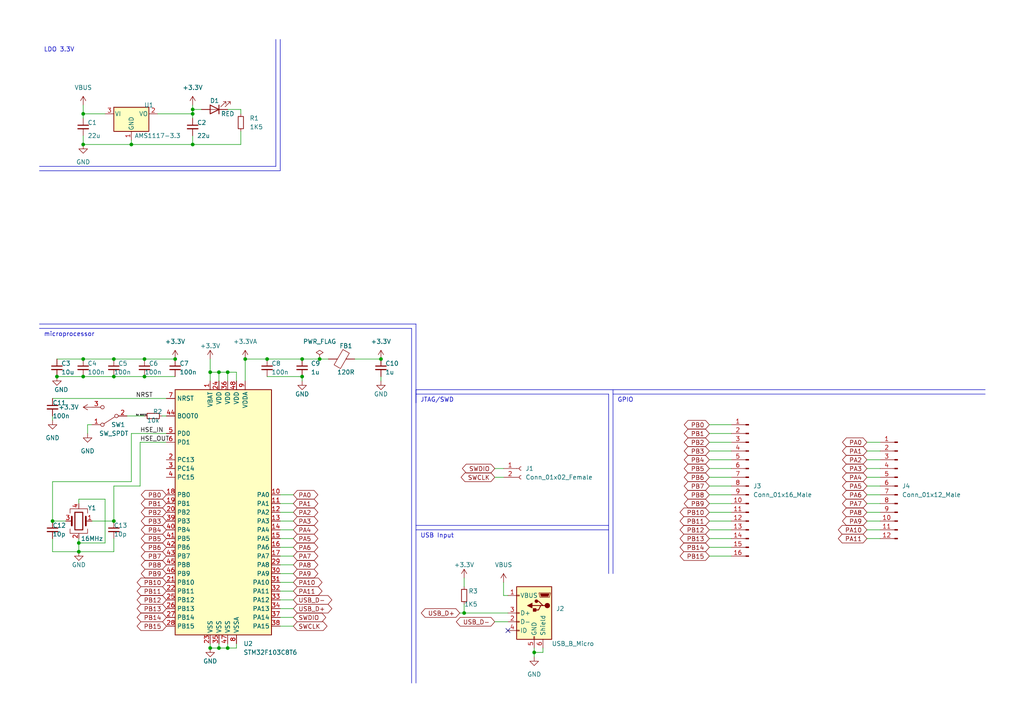
<source format=kicad_sch>
(kicad_sch (version 20230121) (generator eeschema)

  (uuid 329def9f-c52d-4f1f-a534-0eac31875779)

  (paper "A4")

  (lib_symbols
    (symbol "Connector:Conn_01x02_Female" (pin_names (offset 1.016) hide) (in_bom yes) (on_board yes)
      (property "Reference" "J" (at 0 2.54 0)
        (effects (font (size 1.27 1.27)))
      )
      (property "Value" "Conn_01x02_Female" (at 0 -5.08 0)
        (effects (font (size 1.27 1.27)))
      )
      (property "Footprint" "" (at 0 0 0)
        (effects (font (size 1.27 1.27)) hide)
      )
      (property "Datasheet" "~" (at 0 0 0)
        (effects (font (size 1.27 1.27)) hide)
      )
      (property "ki_keywords" "connector" (at 0 0 0)
        (effects (font (size 1.27 1.27)) hide)
      )
      (property "ki_description" "Generic connector, single row, 01x02, script generated (kicad-library-utils/schlib/autogen/connector/)" (at 0 0 0)
        (effects (font (size 1.27 1.27)) hide)
      )
      (property "ki_fp_filters" "Connector*:*_1x??_*" (at 0 0 0)
        (effects (font (size 1.27 1.27)) hide)
      )
      (symbol "Conn_01x02_Female_1_1"
        (arc (start 0 -2.032) (mid -0.5058 -2.54) (end 0 -3.048)
          (stroke (width 0.1524) (type default))
          (fill (type none))
        )
        (polyline
          (pts
            (xy -1.27 -2.54)
            (xy -0.508 -2.54)
          )
          (stroke (width 0.1524) (type default))
          (fill (type none))
        )
        (polyline
          (pts
            (xy -1.27 0)
            (xy -0.508 0)
          )
          (stroke (width 0.1524) (type default))
          (fill (type none))
        )
        (arc (start 0 0.508) (mid -0.5058 0) (end 0 -0.508)
          (stroke (width 0.1524) (type default))
          (fill (type none))
        )
        (pin passive line (at -5.08 0 0) (length 3.81)
          (name "Pin_1" (effects (font (size 1.27 1.27))))
          (number "1" (effects (font (size 1.27 1.27))))
        )
        (pin passive line (at -5.08 -2.54 0) (length 3.81)
          (name "Pin_2" (effects (font (size 1.27 1.27))))
          (number "2" (effects (font (size 1.27 1.27))))
        )
      )
    )
    (symbol "Connector:Conn_01x12_Male" (pin_names (offset 1.016) hide) (in_bom yes) (on_board yes)
      (property "Reference" "J" (at 0 15.24 0)
        (effects (font (size 1.27 1.27)))
      )
      (property "Value" "Conn_01x12_Male" (at 0 -17.78 0)
        (effects (font (size 1.27 1.27)))
      )
      (property "Footprint" "" (at 0 0 0)
        (effects (font (size 1.27 1.27)) hide)
      )
      (property "Datasheet" "~" (at 0 0 0)
        (effects (font (size 1.27 1.27)) hide)
      )
      (property "ki_keywords" "connector" (at 0 0 0)
        (effects (font (size 1.27 1.27)) hide)
      )
      (property "ki_description" "Generic connector, single row, 01x12, script generated (kicad-library-utils/schlib/autogen/connector/)" (at 0 0 0)
        (effects (font (size 1.27 1.27)) hide)
      )
      (property "ki_fp_filters" "Connector*:*_1x??_*" (at 0 0 0)
        (effects (font (size 1.27 1.27)) hide)
      )
      (symbol "Conn_01x12_Male_1_1"
        (polyline
          (pts
            (xy 1.27 -15.24)
            (xy 0.8636 -15.24)
          )
          (stroke (width 0.1524) (type default))
          (fill (type none))
        )
        (polyline
          (pts
            (xy 1.27 -12.7)
            (xy 0.8636 -12.7)
          )
          (stroke (width 0.1524) (type default))
          (fill (type none))
        )
        (polyline
          (pts
            (xy 1.27 -10.16)
            (xy 0.8636 -10.16)
          )
          (stroke (width 0.1524) (type default))
          (fill (type none))
        )
        (polyline
          (pts
            (xy 1.27 -7.62)
            (xy 0.8636 -7.62)
          )
          (stroke (width 0.1524) (type default))
          (fill (type none))
        )
        (polyline
          (pts
            (xy 1.27 -5.08)
            (xy 0.8636 -5.08)
          )
          (stroke (width 0.1524) (type default))
          (fill (type none))
        )
        (polyline
          (pts
            (xy 1.27 -2.54)
            (xy 0.8636 -2.54)
          )
          (stroke (width 0.1524) (type default))
          (fill (type none))
        )
        (polyline
          (pts
            (xy 1.27 0)
            (xy 0.8636 0)
          )
          (stroke (width 0.1524) (type default))
          (fill (type none))
        )
        (polyline
          (pts
            (xy 1.27 2.54)
            (xy 0.8636 2.54)
          )
          (stroke (width 0.1524) (type default))
          (fill (type none))
        )
        (polyline
          (pts
            (xy 1.27 5.08)
            (xy 0.8636 5.08)
          )
          (stroke (width 0.1524) (type default))
          (fill (type none))
        )
        (polyline
          (pts
            (xy 1.27 7.62)
            (xy 0.8636 7.62)
          )
          (stroke (width 0.1524) (type default))
          (fill (type none))
        )
        (polyline
          (pts
            (xy 1.27 10.16)
            (xy 0.8636 10.16)
          )
          (stroke (width 0.1524) (type default))
          (fill (type none))
        )
        (polyline
          (pts
            (xy 1.27 12.7)
            (xy 0.8636 12.7)
          )
          (stroke (width 0.1524) (type default))
          (fill (type none))
        )
        (rectangle (start 0.8636 -15.113) (end 0 -15.367)
          (stroke (width 0.1524) (type default))
          (fill (type outline))
        )
        (rectangle (start 0.8636 -12.573) (end 0 -12.827)
          (stroke (width 0.1524) (type default))
          (fill (type outline))
        )
        (rectangle (start 0.8636 -10.033) (end 0 -10.287)
          (stroke (width 0.1524) (type default))
          (fill (type outline))
        )
        (rectangle (start 0.8636 -7.493) (end 0 -7.747)
          (stroke (width 0.1524) (type default))
          (fill (type outline))
        )
        (rectangle (start 0.8636 -4.953) (end 0 -5.207)
          (stroke (width 0.1524) (type default))
          (fill (type outline))
        )
        (rectangle (start 0.8636 -2.413) (end 0 -2.667)
          (stroke (width 0.1524) (type default))
          (fill (type outline))
        )
        (rectangle (start 0.8636 0.127) (end 0 -0.127)
          (stroke (width 0.1524) (type default))
          (fill (type outline))
        )
        (rectangle (start 0.8636 2.667) (end 0 2.413)
          (stroke (width 0.1524) (type default))
          (fill (type outline))
        )
        (rectangle (start 0.8636 5.207) (end 0 4.953)
          (stroke (width 0.1524) (type default))
          (fill (type outline))
        )
        (rectangle (start 0.8636 7.747) (end 0 7.493)
          (stroke (width 0.1524) (type default))
          (fill (type outline))
        )
        (rectangle (start 0.8636 10.287) (end 0 10.033)
          (stroke (width 0.1524) (type default))
          (fill (type outline))
        )
        (rectangle (start 0.8636 12.827) (end 0 12.573)
          (stroke (width 0.1524) (type default))
          (fill (type outline))
        )
        (pin passive line (at 5.08 12.7 180) (length 3.81)
          (name "Pin_1" (effects (font (size 1.27 1.27))))
          (number "1" (effects (font (size 1.27 1.27))))
        )
        (pin passive line (at 5.08 -10.16 180) (length 3.81)
          (name "Pin_10" (effects (font (size 1.27 1.27))))
          (number "10" (effects (font (size 1.27 1.27))))
        )
        (pin passive line (at 5.08 -12.7 180) (length 3.81)
          (name "Pin_11" (effects (font (size 1.27 1.27))))
          (number "11" (effects (font (size 1.27 1.27))))
        )
        (pin passive line (at 5.08 -15.24 180) (length 3.81)
          (name "Pin_12" (effects (font (size 1.27 1.27))))
          (number "12" (effects (font (size 1.27 1.27))))
        )
        (pin passive line (at 5.08 10.16 180) (length 3.81)
          (name "Pin_2" (effects (font (size 1.27 1.27))))
          (number "2" (effects (font (size 1.27 1.27))))
        )
        (pin passive line (at 5.08 7.62 180) (length 3.81)
          (name "Pin_3" (effects (font (size 1.27 1.27))))
          (number "3" (effects (font (size 1.27 1.27))))
        )
        (pin passive line (at 5.08 5.08 180) (length 3.81)
          (name "Pin_4" (effects (font (size 1.27 1.27))))
          (number "4" (effects (font (size 1.27 1.27))))
        )
        (pin passive line (at 5.08 2.54 180) (length 3.81)
          (name "Pin_5" (effects (font (size 1.27 1.27))))
          (number "5" (effects (font (size 1.27 1.27))))
        )
        (pin passive line (at 5.08 0 180) (length 3.81)
          (name "Pin_6" (effects (font (size 1.27 1.27))))
          (number "6" (effects (font (size 1.27 1.27))))
        )
        (pin passive line (at 5.08 -2.54 180) (length 3.81)
          (name "Pin_7" (effects (font (size 1.27 1.27))))
          (number "7" (effects (font (size 1.27 1.27))))
        )
        (pin passive line (at 5.08 -5.08 180) (length 3.81)
          (name "Pin_8" (effects (font (size 1.27 1.27))))
          (number "8" (effects (font (size 1.27 1.27))))
        )
        (pin passive line (at 5.08 -7.62 180) (length 3.81)
          (name "Pin_9" (effects (font (size 1.27 1.27))))
          (number "9" (effects (font (size 1.27 1.27))))
        )
      )
    )
    (symbol "Connector:Conn_01x16_Male" (pin_names (offset 1.016) hide) (in_bom yes) (on_board yes)
      (property "Reference" "J" (at 0 20.32 0)
        (effects (font (size 1.27 1.27)))
      )
      (property "Value" "Conn_01x16_Male" (at 0 -22.86 0)
        (effects (font (size 1.27 1.27)))
      )
      (property "Footprint" "" (at 0 0 0)
        (effects (font (size 1.27 1.27)) hide)
      )
      (property "Datasheet" "~" (at 0 0 0)
        (effects (font (size 1.27 1.27)) hide)
      )
      (property "ki_keywords" "connector" (at 0 0 0)
        (effects (font (size 1.27 1.27)) hide)
      )
      (property "ki_description" "Generic connector, single row, 01x16, script generated (kicad-library-utils/schlib/autogen/connector/)" (at 0 0 0)
        (effects (font (size 1.27 1.27)) hide)
      )
      (property "ki_fp_filters" "Connector*:*_1x??_*" (at 0 0 0)
        (effects (font (size 1.27 1.27)) hide)
      )
      (symbol "Conn_01x16_Male_1_1"
        (polyline
          (pts
            (xy 1.27 -20.32)
            (xy 0.8636 -20.32)
          )
          (stroke (width 0.1524) (type default))
          (fill (type none))
        )
        (polyline
          (pts
            (xy 1.27 -17.78)
            (xy 0.8636 -17.78)
          )
          (stroke (width 0.1524) (type default))
          (fill (type none))
        )
        (polyline
          (pts
            (xy 1.27 -15.24)
            (xy 0.8636 -15.24)
          )
          (stroke (width 0.1524) (type default))
          (fill (type none))
        )
        (polyline
          (pts
            (xy 1.27 -12.7)
            (xy 0.8636 -12.7)
          )
          (stroke (width 0.1524) (type default))
          (fill (type none))
        )
        (polyline
          (pts
            (xy 1.27 -10.16)
            (xy 0.8636 -10.16)
          )
          (stroke (width 0.1524) (type default))
          (fill (type none))
        )
        (polyline
          (pts
            (xy 1.27 -7.62)
            (xy 0.8636 -7.62)
          )
          (stroke (width 0.1524) (type default))
          (fill (type none))
        )
        (polyline
          (pts
            (xy 1.27 -5.08)
            (xy 0.8636 -5.08)
          )
          (stroke (width 0.1524) (type default))
          (fill (type none))
        )
        (polyline
          (pts
            (xy 1.27 -2.54)
            (xy 0.8636 -2.54)
          )
          (stroke (width 0.1524) (type default))
          (fill (type none))
        )
        (polyline
          (pts
            (xy 1.27 0)
            (xy 0.8636 0)
          )
          (stroke (width 0.1524) (type default))
          (fill (type none))
        )
        (polyline
          (pts
            (xy 1.27 2.54)
            (xy 0.8636 2.54)
          )
          (stroke (width 0.1524) (type default))
          (fill (type none))
        )
        (polyline
          (pts
            (xy 1.27 5.08)
            (xy 0.8636 5.08)
          )
          (stroke (width 0.1524) (type default))
          (fill (type none))
        )
        (polyline
          (pts
            (xy 1.27 7.62)
            (xy 0.8636 7.62)
          )
          (stroke (width 0.1524) (type default))
          (fill (type none))
        )
        (polyline
          (pts
            (xy 1.27 10.16)
            (xy 0.8636 10.16)
          )
          (stroke (width 0.1524) (type default))
          (fill (type none))
        )
        (polyline
          (pts
            (xy 1.27 12.7)
            (xy 0.8636 12.7)
          )
          (stroke (width 0.1524) (type default))
          (fill (type none))
        )
        (polyline
          (pts
            (xy 1.27 15.24)
            (xy 0.8636 15.24)
          )
          (stroke (width 0.1524) (type default))
          (fill (type none))
        )
        (polyline
          (pts
            (xy 1.27 17.78)
            (xy 0.8636 17.78)
          )
          (stroke (width 0.1524) (type default))
          (fill (type none))
        )
        (rectangle (start 0.8636 -20.193) (end 0 -20.447)
          (stroke (width 0.1524) (type default))
          (fill (type outline))
        )
        (rectangle (start 0.8636 -17.653) (end 0 -17.907)
          (stroke (width 0.1524) (type default))
          (fill (type outline))
        )
        (rectangle (start 0.8636 -15.113) (end 0 -15.367)
          (stroke (width 0.1524) (type default))
          (fill (type outline))
        )
        (rectangle (start 0.8636 -12.573) (end 0 -12.827)
          (stroke (width 0.1524) (type default))
          (fill (type outline))
        )
        (rectangle (start 0.8636 -10.033) (end 0 -10.287)
          (stroke (width 0.1524) (type default))
          (fill (type outline))
        )
        (rectangle (start 0.8636 -7.493) (end 0 -7.747)
          (stroke (width 0.1524) (type default))
          (fill (type outline))
        )
        (rectangle (start 0.8636 -4.953) (end 0 -5.207)
          (stroke (width 0.1524) (type default))
          (fill (type outline))
        )
        (rectangle (start 0.8636 -2.413) (end 0 -2.667)
          (stroke (width 0.1524) (type default))
          (fill (type outline))
        )
        (rectangle (start 0.8636 0.127) (end 0 -0.127)
          (stroke (width 0.1524) (type default))
          (fill (type outline))
        )
        (rectangle (start 0.8636 2.667) (end 0 2.413)
          (stroke (width 0.1524) (type default))
          (fill (type outline))
        )
        (rectangle (start 0.8636 5.207) (end 0 4.953)
          (stroke (width 0.1524) (type default))
          (fill (type outline))
        )
        (rectangle (start 0.8636 7.747) (end 0 7.493)
          (stroke (width 0.1524) (type default))
          (fill (type outline))
        )
        (rectangle (start 0.8636 10.287) (end 0 10.033)
          (stroke (width 0.1524) (type default))
          (fill (type outline))
        )
        (rectangle (start 0.8636 12.827) (end 0 12.573)
          (stroke (width 0.1524) (type default))
          (fill (type outline))
        )
        (rectangle (start 0.8636 15.367) (end 0 15.113)
          (stroke (width 0.1524) (type default))
          (fill (type outline))
        )
        (rectangle (start 0.8636 17.907) (end 0 17.653)
          (stroke (width 0.1524) (type default))
          (fill (type outline))
        )
        (pin passive line (at 5.08 17.78 180) (length 3.81)
          (name "Pin_1" (effects (font (size 1.27 1.27))))
          (number "1" (effects (font (size 1.27 1.27))))
        )
        (pin passive line (at 5.08 -5.08 180) (length 3.81)
          (name "Pin_10" (effects (font (size 1.27 1.27))))
          (number "10" (effects (font (size 1.27 1.27))))
        )
        (pin passive line (at 5.08 -7.62 180) (length 3.81)
          (name "Pin_11" (effects (font (size 1.27 1.27))))
          (number "11" (effects (font (size 1.27 1.27))))
        )
        (pin passive line (at 5.08 -10.16 180) (length 3.81)
          (name "Pin_12" (effects (font (size 1.27 1.27))))
          (number "12" (effects (font (size 1.27 1.27))))
        )
        (pin passive line (at 5.08 -12.7 180) (length 3.81)
          (name "Pin_13" (effects (font (size 1.27 1.27))))
          (number "13" (effects (font (size 1.27 1.27))))
        )
        (pin passive line (at 5.08 -15.24 180) (length 3.81)
          (name "Pin_14" (effects (font (size 1.27 1.27))))
          (number "14" (effects (font (size 1.27 1.27))))
        )
        (pin passive line (at 5.08 -17.78 180) (length 3.81)
          (name "Pin_15" (effects (font (size 1.27 1.27))))
          (number "15" (effects (font (size 1.27 1.27))))
        )
        (pin passive line (at 5.08 -20.32 180) (length 3.81)
          (name "Pin_16" (effects (font (size 1.27 1.27))))
          (number "16" (effects (font (size 1.27 1.27))))
        )
        (pin passive line (at 5.08 15.24 180) (length 3.81)
          (name "Pin_2" (effects (font (size 1.27 1.27))))
          (number "2" (effects (font (size 1.27 1.27))))
        )
        (pin passive line (at 5.08 12.7 180) (length 3.81)
          (name "Pin_3" (effects (font (size 1.27 1.27))))
          (number "3" (effects (font (size 1.27 1.27))))
        )
        (pin passive line (at 5.08 10.16 180) (length 3.81)
          (name "Pin_4" (effects (font (size 1.27 1.27))))
          (number "4" (effects (font (size 1.27 1.27))))
        )
        (pin passive line (at 5.08 7.62 180) (length 3.81)
          (name "Pin_5" (effects (font (size 1.27 1.27))))
          (number "5" (effects (font (size 1.27 1.27))))
        )
        (pin passive line (at 5.08 5.08 180) (length 3.81)
          (name "Pin_6" (effects (font (size 1.27 1.27))))
          (number "6" (effects (font (size 1.27 1.27))))
        )
        (pin passive line (at 5.08 2.54 180) (length 3.81)
          (name "Pin_7" (effects (font (size 1.27 1.27))))
          (number "7" (effects (font (size 1.27 1.27))))
        )
        (pin passive line (at 5.08 0 180) (length 3.81)
          (name "Pin_8" (effects (font (size 1.27 1.27))))
          (number "8" (effects (font (size 1.27 1.27))))
        )
        (pin passive line (at 5.08 -2.54 180) (length 3.81)
          (name "Pin_9" (effects (font (size 1.27 1.27))))
          (number "9" (effects (font (size 1.27 1.27))))
        )
      )
    )
    (symbol "Connector:USB_B_Micro" (pin_names (offset 1.016)) (in_bom yes) (on_board yes)
      (property "Reference" "J" (at -5.08 11.43 0)
        (effects (font (size 1.27 1.27)) (justify left))
      )
      (property "Value" "USB_B_Micro" (at -5.08 8.89 0)
        (effects (font (size 1.27 1.27)) (justify left))
      )
      (property "Footprint" "" (at 3.81 -1.27 0)
        (effects (font (size 1.27 1.27)) hide)
      )
      (property "Datasheet" "~" (at 3.81 -1.27 0)
        (effects (font (size 1.27 1.27)) hide)
      )
      (property "ki_keywords" "connector USB micro" (at 0 0 0)
        (effects (font (size 1.27 1.27)) hide)
      )
      (property "ki_description" "USB Micro Type B connector" (at 0 0 0)
        (effects (font (size 1.27 1.27)) hide)
      )
      (property "ki_fp_filters" "USB*" (at 0 0 0)
        (effects (font (size 1.27 1.27)) hide)
      )
      (symbol "USB_B_Micro_0_1"
        (rectangle (start -5.08 -7.62) (end 5.08 7.62)
          (stroke (width 0.254) (type default))
          (fill (type background))
        )
        (circle (center -3.81 2.159) (radius 0.635)
          (stroke (width 0.254) (type default))
          (fill (type outline))
        )
        (circle (center -0.635 3.429) (radius 0.381)
          (stroke (width 0.254) (type default))
          (fill (type outline))
        )
        (rectangle (start -0.127 -7.62) (end 0.127 -6.858)
          (stroke (width 0) (type default))
          (fill (type none))
        )
        (polyline
          (pts
            (xy -1.905 2.159)
            (xy 0.635 2.159)
          )
          (stroke (width 0.254) (type default))
          (fill (type none))
        )
        (polyline
          (pts
            (xy -3.175 2.159)
            (xy -2.54 2.159)
            (xy -1.27 3.429)
            (xy -0.635 3.429)
          )
          (stroke (width 0.254) (type default))
          (fill (type none))
        )
        (polyline
          (pts
            (xy -2.54 2.159)
            (xy -1.905 2.159)
            (xy -1.27 0.889)
            (xy 0 0.889)
          )
          (stroke (width 0.254) (type default))
          (fill (type none))
        )
        (polyline
          (pts
            (xy 0.635 2.794)
            (xy 0.635 1.524)
            (xy 1.905 2.159)
            (xy 0.635 2.794)
          )
          (stroke (width 0.254) (type default))
          (fill (type outline))
        )
        (polyline
          (pts
            (xy -4.318 5.588)
            (xy -1.778 5.588)
            (xy -2.032 4.826)
            (xy -4.064 4.826)
            (xy -4.318 5.588)
          )
          (stroke (width 0) (type default))
          (fill (type outline))
        )
        (polyline
          (pts
            (xy -4.699 5.842)
            (xy -4.699 5.588)
            (xy -4.445 4.826)
            (xy -4.445 4.572)
            (xy -1.651 4.572)
            (xy -1.651 4.826)
            (xy -1.397 5.588)
            (xy -1.397 5.842)
            (xy -4.699 5.842)
          )
          (stroke (width 0) (type default))
          (fill (type none))
        )
        (rectangle (start 0.254 1.27) (end -0.508 0.508)
          (stroke (width 0.254) (type default))
          (fill (type outline))
        )
        (rectangle (start 5.08 -5.207) (end 4.318 -4.953)
          (stroke (width 0) (type default))
          (fill (type none))
        )
        (rectangle (start 5.08 -2.667) (end 4.318 -2.413)
          (stroke (width 0) (type default))
          (fill (type none))
        )
        (rectangle (start 5.08 -0.127) (end 4.318 0.127)
          (stroke (width 0) (type default))
          (fill (type none))
        )
        (rectangle (start 5.08 4.953) (end 4.318 5.207)
          (stroke (width 0) (type default))
          (fill (type none))
        )
      )
      (symbol "USB_B_Micro_1_1"
        (pin power_out line (at 7.62 5.08 180) (length 2.54)
          (name "VBUS" (effects (font (size 1.27 1.27))))
          (number "1" (effects (font (size 1.27 1.27))))
        )
        (pin bidirectional line (at 7.62 -2.54 180) (length 2.54)
          (name "D-" (effects (font (size 1.27 1.27))))
          (number "2" (effects (font (size 1.27 1.27))))
        )
        (pin bidirectional line (at 7.62 0 180) (length 2.54)
          (name "D+" (effects (font (size 1.27 1.27))))
          (number "3" (effects (font (size 1.27 1.27))))
        )
        (pin passive line (at 7.62 -5.08 180) (length 2.54)
          (name "ID" (effects (font (size 1.27 1.27))))
          (number "4" (effects (font (size 1.27 1.27))))
        )
        (pin power_out line (at 0 -10.16 90) (length 2.54)
          (name "GND" (effects (font (size 1.27 1.27))))
          (number "5" (effects (font (size 1.27 1.27))))
        )
        (pin passive line (at -2.54 -10.16 90) (length 2.54)
          (name "Shield" (effects (font (size 1.27 1.27))))
          (number "6" (effects (font (size 1.27 1.27))))
        )
      )
    )
    (symbol "Device:C_Small" (pin_numbers hide) (pin_names (offset 0.254) hide) (in_bom yes) (on_board yes)
      (property "Reference" "C" (at 0.254 1.778 0)
        (effects (font (size 1.27 1.27)) (justify left))
      )
      (property "Value" "C_Small" (at 0.254 -2.032 0)
        (effects (font (size 1.27 1.27)) (justify left))
      )
      (property "Footprint" "" (at 0 0 0)
        (effects (font (size 1.27 1.27)) hide)
      )
      (property "Datasheet" "~" (at 0 0 0)
        (effects (font (size 1.27 1.27)) hide)
      )
      (property "ki_keywords" "capacitor cap" (at 0 0 0)
        (effects (font (size 1.27 1.27)) hide)
      )
      (property "ki_description" "Unpolarized capacitor, small symbol" (at 0 0 0)
        (effects (font (size 1.27 1.27)) hide)
      )
      (property "ki_fp_filters" "C_*" (at 0 0 0)
        (effects (font (size 1.27 1.27)) hide)
      )
      (symbol "C_Small_0_1"
        (polyline
          (pts
            (xy -1.524 -0.508)
            (xy 1.524 -0.508)
          )
          (stroke (width 0.3302) (type default))
          (fill (type none))
        )
        (polyline
          (pts
            (xy -1.524 0.508)
            (xy 1.524 0.508)
          )
          (stroke (width 0.3048) (type default))
          (fill (type none))
        )
      )
      (symbol "C_Small_1_1"
        (pin passive line (at 0 2.54 270) (length 2.032)
          (name "~" (effects (font (size 1.27 1.27))))
          (number "1" (effects (font (size 1.27 1.27))))
        )
        (pin passive line (at 0 -2.54 90) (length 2.032)
          (name "~" (effects (font (size 1.27 1.27))))
          (number "2" (effects (font (size 1.27 1.27))))
        )
      )
    )
    (symbol "Device:Crystal_GND24" (pin_names (offset 1.016) hide) (in_bom yes) (on_board yes)
      (property "Reference" "Y" (at 3.175 5.08 0)
        (effects (font (size 1.27 1.27)) (justify left))
      )
      (property "Value" "Crystal_GND24" (at 3.175 3.175 0)
        (effects (font (size 1.27 1.27)) (justify left))
      )
      (property "Footprint" "" (at 0 0 0)
        (effects (font (size 1.27 1.27)) hide)
      )
      (property "Datasheet" "~" (at 0 0 0)
        (effects (font (size 1.27 1.27)) hide)
      )
      (property "ki_keywords" "quartz ceramic resonator oscillator" (at 0 0 0)
        (effects (font (size 1.27 1.27)) hide)
      )
      (property "ki_description" "Four pin crystal, GND on pins 2 and 4" (at 0 0 0)
        (effects (font (size 1.27 1.27)) hide)
      )
      (property "ki_fp_filters" "Crystal*" (at 0 0 0)
        (effects (font (size 1.27 1.27)) hide)
      )
      (symbol "Crystal_GND24_0_1"
        (rectangle (start -1.143 2.54) (end 1.143 -2.54)
          (stroke (width 0.3048) (type default))
          (fill (type none))
        )
        (polyline
          (pts
            (xy -2.54 0)
            (xy -2.032 0)
          )
          (stroke (width 0) (type default))
          (fill (type none))
        )
        (polyline
          (pts
            (xy -2.032 -1.27)
            (xy -2.032 1.27)
          )
          (stroke (width 0.508) (type default))
          (fill (type none))
        )
        (polyline
          (pts
            (xy 0 -3.81)
            (xy 0 -3.556)
          )
          (stroke (width 0) (type default))
          (fill (type none))
        )
        (polyline
          (pts
            (xy 0 3.556)
            (xy 0 3.81)
          )
          (stroke (width 0) (type default))
          (fill (type none))
        )
        (polyline
          (pts
            (xy 2.032 -1.27)
            (xy 2.032 1.27)
          )
          (stroke (width 0.508) (type default))
          (fill (type none))
        )
        (polyline
          (pts
            (xy 2.032 0)
            (xy 2.54 0)
          )
          (stroke (width 0) (type default))
          (fill (type none))
        )
        (polyline
          (pts
            (xy -2.54 -2.286)
            (xy -2.54 -3.556)
            (xy 2.54 -3.556)
            (xy 2.54 -2.286)
          )
          (stroke (width 0) (type default))
          (fill (type none))
        )
        (polyline
          (pts
            (xy -2.54 2.286)
            (xy -2.54 3.556)
            (xy 2.54 3.556)
            (xy 2.54 2.286)
          )
          (stroke (width 0) (type default))
          (fill (type none))
        )
      )
      (symbol "Crystal_GND24_1_1"
        (pin passive line (at -3.81 0 0) (length 1.27)
          (name "1" (effects (font (size 1.27 1.27))))
          (number "1" (effects (font (size 1.27 1.27))))
        )
        (pin passive line (at 0 5.08 270) (length 1.27)
          (name "2" (effects (font (size 1.27 1.27))))
          (number "2" (effects (font (size 1.27 1.27))))
        )
        (pin passive line (at 3.81 0 180) (length 1.27)
          (name "3" (effects (font (size 1.27 1.27))))
          (number "3" (effects (font (size 1.27 1.27))))
        )
        (pin passive line (at 0 -5.08 90) (length 1.27)
          (name "4" (effects (font (size 1.27 1.27))))
          (number "4" (effects (font (size 1.27 1.27))))
        )
      )
    )
    (symbol "Device:FerriteBead" (pin_numbers hide) (pin_names (offset 0)) (in_bom yes) (on_board yes)
      (property "Reference" "FB" (at -3.81 0.635 90)
        (effects (font (size 1.27 1.27)))
      )
      (property "Value" "FerriteBead" (at 3.81 0 90)
        (effects (font (size 1.27 1.27)))
      )
      (property "Footprint" "" (at -1.778 0 90)
        (effects (font (size 1.27 1.27)) hide)
      )
      (property "Datasheet" "~" (at 0 0 0)
        (effects (font (size 1.27 1.27)) hide)
      )
      (property "ki_keywords" "L ferrite bead inductor filter" (at 0 0 0)
        (effects (font (size 1.27 1.27)) hide)
      )
      (property "ki_description" "Ferrite bead" (at 0 0 0)
        (effects (font (size 1.27 1.27)) hide)
      )
      (property "ki_fp_filters" "Inductor_* L_* *Ferrite*" (at 0 0 0)
        (effects (font (size 1.27 1.27)) hide)
      )
      (symbol "FerriteBead_0_1"
        (polyline
          (pts
            (xy 0 -1.27)
            (xy 0 -1.2192)
          )
          (stroke (width 0) (type default))
          (fill (type none))
        )
        (polyline
          (pts
            (xy 0 1.27)
            (xy 0 1.2954)
          )
          (stroke (width 0) (type default))
          (fill (type none))
        )
        (polyline
          (pts
            (xy -2.7686 0.4064)
            (xy -1.7018 2.2606)
            (xy 2.7686 -0.3048)
            (xy 1.6764 -2.159)
            (xy -2.7686 0.4064)
          )
          (stroke (width 0) (type default))
          (fill (type none))
        )
      )
      (symbol "FerriteBead_1_1"
        (pin passive line (at 0 3.81 270) (length 2.54)
          (name "~" (effects (font (size 1.27 1.27))))
          (number "1" (effects (font (size 1.27 1.27))))
        )
        (pin passive line (at 0 -3.81 90) (length 2.54)
          (name "~" (effects (font (size 1.27 1.27))))
          (number "2" (effects (font (size 1.27 1.27))))
        )
      )
    )
    (symbol "Device:LED" (pin_numbers hide) (pin_names (offset 1.016) hide) (in_bom yes) (on_board yes)
      (property "Reference" "D" (at 0 2.54 0)
        (effects (font (size 1.27 1.27)))
      )
      (property "Value" "LED" (at 0 -2.54 0)
        (effects (font (size 1.27 1.27)))
      )
      (property "Footprint" "" (at 0 0 0)
        (effects (font (size 1.27 1.27)) hide)
      )
      (property "Datasheet" "~" (at 0 0 0)
        (effects (font (size 1.27 1.27)) hide)
      )
      (property "ki_keywords" "LED diode" (at 0 0 0)
        (effects (font (size 1.27 1.27)) hide)
      )
      (property "ki_description" "Light emitting diode" (at 0 0 0)
        (effects (font (size 1.27 1.27)) hide)
      )
      (property "ki_fp_filters" "LED* LED_SMD:* LED_THT:*" (at 0 0 0)
        (effects (font (size 1.27 1.27)) hide)
      )
      (symbol "LED_0_1"
        (polyline
          (pts
            (xy -1.27 -1.27)
            (xy -1.27 1.27)
          )
          (stroke (width 0.254) (type default))
          (fill (type none))
        )
        (polyline
          (pts
            (xy -1.27 0)
            (xy 1.27 0)
          )
          (stroke (width 0) (type default))
          (fill (type none))
        )
        (polyline
          (pts
            (xy 1.27 -1.27)
            (xy 1.27 1.27)
            (xy -1.27 0)
            (xy 1.27 -1.27)
          )
          (stroke (width 0.254) (type default))
          (fill (type none))
        )
        (polyline
          (pts
            (xy -3.048 -0.762)
            (xy -4.572 -2.286)
            (xy -3.81 -2.286)
            (xy -4.572 -2.286)
            (xy -4.572 -1.524)
          )
          (stroke (width 0) (type default))
          (fill (type none))
        )
        (polyline
          (pts
            (xy -1.778 -0.762)
            (xy -3.302 -2.286)
            (xy -2.54 -2.286)
            (xy -3.302 -2.286)
            (xy -3.302 -1.524)
          )
          (stroke (width 0) (type default))
          (fill (type none))
        )
      )
      (symbol "LED_1_1"
        (pin passive line (at -3.81 0 0) (length 2.54)
          (name "K" (effects (font (size 1.27 1.27))))
          (number "1" (effects (font (size 1.27 1.27))))
        )
        (pin passive line (at 3.81 0 180) (length 2.54)
          (name "A" (effects (font (size 1.27 1.27))))
          (number "2" (effects (font (size 1.27 1.27))))
        )
      )
    )
    (symbol "Device:R_Small" (pin_numbers hide) (pin_names (offset 0.254) hide) (in_bom yes) (on_board yes)
      (property "Reference" "R" (at 0.762 0.508 0)
        (effects (font (size 1.27 1.27)) (justify left))
      )
      (property "Value" "R_Small" (at 0.762 -1.016 0)
        (effects (font (size 1.27 1.27)) (justify left))
      )
      (property "Footprint" "" (at 0 0 0)
        (effects (font (size 1.27 1.27)) hide)
      )
      (property "Datasheet" "~" (at 0 0 0)
        (effects (font (size 1.27 1.27)) hide)
      )
      (property "ki_keywords" "R resistor" (at 0 0 0)
        (effects (font (size 1.27 1.27)) hide)
      )
      (property "ki_description" "Resistor, small symbol" (at 0 0 0)
        (effects (font (size 1.27 1.27)) hide)
      )
      (property "ki_fp_filters" "R_*" (at 0 0 0)
        (effects (font (size 1.27 1.27)) hide)
      )
      (symbol "R_Small_0_1"
        (rectangle (start -0.762 1.778) (end 0.762 -1.778)
          (stroke (width 0.2032) (type default))
          (fill (type none))
        )
      )
      (symbol "R_Small_1_1"
        (pin passive line (at 0 2.54 270) (length 0.762)
          (name "~" (effects (font (size 1.27 1.27))))
          (number "1" (effects (font (size 1.27 1.27))))
        )
        (pin passive line (at 0 -2.54 90) (length 0.762)
          (name "~" (effects (font (size 1.27 1.27))))
          (number "2" (effects (font (size 1.27 1.27))))
        )
      )
    )
    (symbol "MCU_ST_STM32F1:STM32F103C8Tx" (in_bom yes) (on_board yes)
      (property "Reference" "U" (at -15.24 36.83 0)
        (effects (font (size 1.27 1.27)) (justify left))
      )
      (property "Value" "STM32F103C8Tx" (at 7.62 36.83 0)
        (effects (font (size 1.27 1.27)) (justify left))
      )
      (property "Footprint" "Package_QFP:LQFP-48_7x7mm_P0.5mm" (at -15.24 -35.56 0)
        (effects (font (size 1.27 1.27)) (justify right) hide)
      )
      (property "Datasheet" "http://www.st.com/st-web-ui/static/active/en/resource/technical/document/datasheet/CD00161566.pdf" (at 0 0 0)
        (effects (font (size 1.27 1.27)) hide)
      )
      (property "ki_keywords" "ARM Cortex-M3 STM32F1 STM32F103" (at 0 0 0)
        (effects (font (size 1.27 1.27)) hide)
      )
      (property "ki_description" "ARM Cortex-M3 MCU, 64KB flash, 20KB RAM, 72MHz, 2-3.6V, 37 GPIO, LQFP-48" (at 0 0 0)
        (effects (font (size 1.27 1.27)) hide)
      )
      (property "ki_fp_filters" "LQFP*7x7mm*P0.5mm*" (at 0 0 0)
        (effects (font (size 1.27 1.27)) hide)
      )
      (symbol "STM32F103C8Tx_0_1"
        (rectangle (start -15.24 -35.56) (end 12.7 35.56)
          (stroke (width 0.254) (type default))
          (fill (type background))
        )
      )
      (symbol "STM32F103C8Tx_1_1"
        (pin power_in line (at -5.08 38.1 270) (length 2.54)
          (name "VBAT" (effects (font (size 1.27 1.27))))
          (number "1" (effects (font (size 1.27 1.27))))
        )
        (pin bidirectional line (at 15.24 5.08 180) (length 2.54)
          (name "PA0" (effects (font (size 1.27 1.27))))
          (number "10" (effects (font (size 1.27 1.27))))
        )
        (pin bidirectional line (at 15.24 2.54 180) (length 2.54)
          (name "PA1" (effects (font (size 1.27 1.27))))
          (number "11" (effects (font (size 1.27 1.27))))
        )
        (pin bidirectional line (at 15.24 0 180) (length 2.54)
          (name "PA2" (effects (font (size 1.27 1.27))))
          (number "12" (effects (font (size 1.27 1.27))))
        )
        (pin bidirectional line (at 15.24 -2.54 180) (length 2.54)
          (name "PA3" (effects (font (size 1.27 1.27))))
          (number "13" (effects (font (size 1.27 1.27))))
        )
        (pin bidirectional line (at 15.24 -5.08 180) (length 2.54)
          (name "PA4" (effects (font (size 1.27 1.27))))
          (number "14" (effects (font (size 1.27 1.27))))
        )
        (pin bidirectional line (at 15.24 -7.62 180) (length 2.54)
          (name "PA5" (effects (font (size 1.27 1.27))))
          (number "15" (effects (font (size 1.27 1.27))))
        )
        (pin bidirectional line (at 15.24 -10.16 180) (length 2.54)
          (name "PA6" (effects (font (size 1.27 1.27))))
          (number "16" (effects (font (size 1.27 1.27))))
        )
        (pin bidirectional line (at 15.24 -12.7 180) (length 2.54)
          (name "PA7" (effects (font (size 1.27 1.27))))
          (number "17" (effects (font (size 1.27 1.27))))
        )
        (pin bidirectional line (at -17.78 5.08 0) (length 2.54)
          (name "PB0" (effects (font (size 1.27 1.27))))
          (number "18" (effects (font (size 1.27 1.27))))
        )
        (pin bidirectional line (at -17.78 2.54 0) (length 2.54)
          (name "PB1" (effects (font (size 1.27 1.27))))
          (number "19" (effects (font (size 1.27 1.27))))
        )
        (pin bidirectional line (at -17.78 15.24 0) (length 2.54)
          (name "PC13" (effects (font (size 1.27 1.27))))
          (number "2" (effects (font (size 1.27 1.27))))
        )
        (pin bidirectional line (at -17.78 0 0) (length 2.54)
          (name "PB2" (effects (font (size 1.27 1.27))))
          (number "20" (effects (font (size 1.27 1.27))))
        )
        (pin bidirectional line (at -17.78 -20.32 0) (length 2.54)
          (name "PB10" (effects (font (size 1.27 1.27))))
          (number "21" (effects (font (size 1.27 1.27))))
        )
        (pin bidirectional line (at -17.78 -22.86 0) (length 2.54)
          (name "PB11" (effects (font (size 1.27 1.27))))
          (number "22" (effects (font (size 1.27 1.27))))
        )
        (pin power_in line (at -5.08 -38.1 90) (length 2.54)
          (name "VSS" (effects (font (size 1.27 1.27))))
          (number "23" (effects (font (size 1.27 1.27))))
        )
        (pin power_in line (at -2.54 38.1 270) (length 2.54)
          (name "VDD" (effects (font (size 1.27 1.27))))
          (number "24" (effects (font (size 1.27 1.27))))
        )
        (pin bidirectional line (at -17.78 -25.4 0) (length 2.54)
          (name "PB12" (effects (font (size 1.27 1.27))))
          (number "25" (effects (font (size 1.27 1.27))))
        )
        (pin bidirectional line (at -17.78 -27.94 0) (length 2.54)
          (name "PB13" (effects (font (size 1.27 1.27))))
          (number "26" (effects (font (size 1.27 1.27))))
        )
        (pin bidirectional line (at -17.78 -30.48 0) (length 2.54)
          (name "PB14" (effects (font (size 1.27 1.27))))
          (number "27" (effects (font (size 1.27 1.27))))
        )
        (pin bidirectional line (at -17.78 -33.02 0) (length 2.54)
          (name "PB15" (effects (font (size 1.27 1.27))))
          (number "28" (effects (font (size 1.27 1.27))))
        )
        (pin bidirectional line (at 15.24 -15.24 180) (length 2.54)
          (name "PA8" (effects (font (size 1.27 1.27))))
          (number "29" (effects (font (size 1.27 1.27))))
        )
        (pin bidirectional line (at -17.78 12.7 0) (length 2.54)
          (name "PC14" (effects (font (size 1.27 1.27))))
          (number "3" (effects (font (size 1.27 1.27))))
        )
        (pin bidirectional line (at 15.24 -17.78 180) (length 2.54)
          (name "PA9" (effects (font (size 1.27 1.27))))
          (number "30" (effects (font (size 1.27 1.27))))
        )
        (pin bidirectional line (at 15.24 -20.32 180) (length 2.54)
          (name "PA10" (effects (font (size 1.27 1.27))))
          (number "31" (effects (font (size 1.27 1.27))))
        )
        (pin bidirectional line (at 15.24 -22.86 180) (length 2.54)
          (name "PA11" (effects (font (size 1.27 1.27))))
          (number "32" (effects (font (size 1.27 1.27))))
        )
        (pin bidirectional line (at 15.24 -25.4 180) (length 2.54)
          (name "PA12" (effects (font (size 1.27 1.27))))
          (number "33" (effects (font (size 1.27 1.27))))
        )
        (pin bidirectional line (at 15.24 -27.94 180) (length 2.54)
          (name "PA13" (effects (font (size 1.27 1.27))))
          (number "34" (effects (font (size 1.27 1.27))))
        )
        (pin power_in line (at -2.54 -38.1 90) (length 2.54)
          (name "VSS" (effects (font (size 1.27 1.27))))
          (number "35" (effects (font (size 1.27 1.27))))
        )
        (pin power_in line (at 0 38.1 270) (length 2.54)
          (name "VDD" (effects (font (size 1.27 1.27))))
          (number "36" (effects (font (size 1.27 1.27))))
        )
        (pin bidirectional line (at 15.24 -30.48 180) (length 2.54)
          (name "PA14" (effects (font (size 1.27 1.27))))
          (number "37" (effects (font (size 1.27 1.27))))
        )
        (pin bidirectional line (at 15.24 -33.02 180) (length 2.54)
          (name "PA15" (effects (font (size 1.27 1.27))))
          (number "38" (effects (font (size 1.27 1.27))))
        )
        (pin bidirectional line (at -17.78 -2.54 0) (length 2.54)
          (name "PB3" (effects (font (size 1.27 1.27))))
          (number "39" (effects (font (size 1.27 1.27))))
        )
        (pin bidirectional line (at -17.78 10.16 0) (length 2.54)
          (name "PC15" (effects (font (size 1.27 1.27))))
          (number "4" (effects (font (size 1.27 1.27))))
        )
        (pin bidirectional line (at -17.78 -5.08 0) (length 2.54)
          (name "PB4" (effects (font (size 1.27 1.27))))
          (number "40" (effects (font (size 1.27 1.27))))
        )
        (pin bidirectional line (at -17.78 -7.62 0) (length 2.54)
          (name "PB5" (effects (font (size 1.27 1.27))))
          (number "41" (effects (font (size 1.27 1.27))))
        )
        (pin bidirectional line (at -17.78 -10.16 0) (length 2.54)
          (name "PB6" (effects (font (size 1.27 1.27))))
          (number "42" (effects (font (size 1.27 1.27))))
        )
        (pin bidirectional line (at -17.78 -12.7 0) (length 2.54)
          (name "PB7" (effects (font (size 1.27 1.27))))
          (number "43" (effects (font (size 1.27 1.27))))
        )
        (pin input line (at -17.78 27.94 0) (length 2.54)
          (name "BOOT0" (effects (font (size 1.27 1.27))))
          (number "44" (effects (font (size 1.27 1.27))))
        )
        (pin bidirectional line (at -17.78 -15.24 0) (length 2.54)
          (name "PB8" (effects (font (size 1.27 1.27))))
          (number "45" (effects (font (size 1.27 1.27))))
        )
        (pin bidirectional line (at -17.78 -17.78 0) (length 2.54)
          (name "PB9" (effects (font (size 1.27 1.27))))
          (number "46" (effects (font (size 1.27 1.27))))
        )
        (pin power_in line (at 0 -38.1 90) (length 2.54)
          (name "VSS" (effects (font (size 1.27 1.27))))
          (number "47" (effects (font (size 1.27 1.27))))
        )
        (pin power_in line (at 2.54 38.1 270) (length 2.54)
          (name "VDD" (effects (font (size 1.27 1.27))))
          (number "48" (effects (font (size 1.27 1.27))))
        )
        (pin input line (at -17.78 22.86 0) (length 2.54)
          (name "PD0" (effects (font (size 1.27 1.27))))
          (number "5" (effects (font (size 1.27 1.27))))
        )
        (pin input line (at -17.78 20.32 0) (length 2.54)
          (name "PD1" (effects (font (size 1.27 1.27))))
          (number "6" (effects (font (size 1.27 1.27))))
        )
        (pin input line (at -17.78 33.02 0) (length 2.54)
          (name "NRST" (effects (font (size 1.27 1.27))))
          (number "7" (effects (font (size 1.27 1.27))))
        )
        (pin power_in line (at 2.54 -38.1 90) (length 2.54)
          (name "VSSA" (effects (font (size 1.27 1.27))))
          (number "8" (effects (font (size 1.27 1.27))))
        )
        (pin power_in line (at 5.08 38.1 270) (length 2.54)
          (name "VDDA" (effects (font (size 1.27 1.27))))
          (number "9" (effects (font (size 1.27 1.27))))
        )
      )
    )
    (symbol "Regulator_Linear:AMS1117-3.3" (pin_names (offset 0.254)) (in_bom yes) (on_board yes)
      (property "Reference" "U" (at -3.81 3.175 0)
        (effects (font (size 1.27 1.27)))
      )
      (property "Value" "AMS1117-3.3" (at 0 3.175 0)
        (effects (font (size 1.27 1.27)) (justify left))
      )
      (property "Footprint" "Package_TO_SOT_SMD:SOT-223-3_TabPin2" (at 0 5.08 0)
        (effects (font (size 1.27 1.27)) hide)
      )
      (property "Datasheet" "http://www.advanced-monolithic.com/pdf/ds1117.pdf" (at 2.54 -6.35 0)
        (effects (font (size 1.27 1.27)) hide)
      )
      (property "ki_keywords" "linear regulator ldo fixed positive" (at 0 0 0)
        (effects (font (size 1.27 1.27)) hide)
      )
      (property "ki_description" "1A Low Dropout regulator, positive, 3.3V fixed output, SOT-223" (at 0 0 0)
        (effects (font (size 1.27 1.27)) hide)
      )
      (property "ki_fp_filters" "SOT?223*TabPin2*" (at 0 0 0)
        (effects (font (size 1.27 1.27)) hide)
      )
      (symbol "AMS1117-3.3_0_1"
        (rectangle (start -5.08 -5.08) (end 5.08 1.905)
          (stroke (width 0.254) (type default))
          (fill (type background))
        )
      )
      (symbol "AMS1117-3.3_1_1"
        (pin power_in line (at 0 -7.62 90) (length 2.54)
          (name "GND" (effects (font (size 1.27 1.27))))
          (number "1" (effects (font (size 1.27 1.27))))
        )
        (pin power_out line (at 7.62 0 180) (length 2.54)
          (name "VO" (effects (font (size 1.27 1.27))))
          (number "2" (effects (font (size 1.27 1.27))))
        )
        (pin power_in line (at -7.62 0 0) (length 2.54)
          (name "VI" (effects (font (size 1.27 1.27))))
          (number "3" (effects (font (size 1.27 1.27))))
        )
      )
    )
    (symbol "Switch:SW_SPDT" (pin_names (offset 0) hide) (in_bom yes) (on_board yes)
      (property "Reference" "SW" (at 0 4.318 0)
        (effects (font (size 1.27 1.27)))
      )
      (property "Value" "SW_SPDT" (at 0 -5.08 0)
        (effects (font (size 1.27 1.27)))
      )
      (property "Footprint" "" (at 0 0 0)
        (effects (font (size 1.27 1.27)) hide)
      )
      (property "Datasheet" "~" (at 0 0 0)
        (effects (font (size 1.27 1.27)) hide)
      )
      (property "ki_keywords" "switch single-pole double-throw spdt ON-ON" (at 0 0 0)
        (effects (font (size 1.27 1.27)) hide)
      )
      (property "ki_description" "Switch, single pole double throw" (at 0 0 0)
        (effects (font (size 1.27 1.27)) hide)
      )
      (symbol "SW_SPDT_0_0"
        (circle (center -2.032 0) (radius 0.508)
          (stroke (width 0) (type default))
          (fill (type none))
        )
        (circle (center 2.032 -2.54) (radius 0.508)
          (stroke (width 0) (type default))
          (fill (type none))
        )
      )
      (symbol "SW_SPDT_0_1"
        (polyline
          (pts
            (xy -1.524 0.254)
            (xy 1.651 2.286)
          )
          (stroke (width 0) (type default))
          (fill (type none))
        )
        (circle (center 2.032 2.54) (radius 0.508)
          (stroke (width 0) (type default))
          (fill (type none))
        )
      )
      (symbol "SW_SPDT_1_1"
        (pin passive line (at 5.08 2.54 180) (length 2.54)
          (name "A" (effects (font (size 1.27 1.27))))
          (number "1" (effects (font (size 1.27 1.27))))
        )
        (pin passive line (at -5.08 0 0) (length 2.54)
          (name "B" (effects (font (size 1.27 1.27))))
          (number "2" (effects (font (size 1.27 1.27))))
        )
        (pin passive line (at 5.08 -2.54 180) (length 2.54)
          (name "C" (effects (font (size 1.27 1.27))))
          (number "3" (effects (font (size 1.27 1.27))))
        )
      )
    )
    (symbol "power:+3.3V" (power) (pin_names (offset 0)) (in_bom yes) (on_board yes)
      (property "Reference" "#PWR" (at 0 -3.81 0)
        (effects (font (size 1.27 1.27)) hide)
      )
      (property "Value" "+3.3V" (at 0 3.556 0)
        (effects (font (size 1.27 1.27)))
      )
      (property "Footprint" "" (at 0 0 0)
        (effects (font (size 1.27 1.27)) hide)
      )
      (property "Datasheet" "" (at 0 0 0)
        (effects (font (size 1.27 1.27)) hide)
      )
      (property "ki_keywords" "global power" (at 0 0 0)
        (effects (font (size 1.27 1.27)) hide)
      )
      (property "ki_description" "Power symbol creates a global label with name \"+3.3V\"" (at 0 0 0)
        (effects (font (size 1.27 1.27)) hide)
      )
      (symbol "+3.3V_0_1"
        (polyline
          (pts
            (xy -0.762 1.27)
            (xy 0 2.54)
          )
          (stroke (width 0) (type default))
          (fill (type none))
        )
        (polyline
          (pts
            (xy 0 0)
            (xy 0 2.54)
          )
          (stroke (width 0) (type default))
          (fill (type none))
        )
        (polyline
          (pts
            (xy 0 2.54)
            (xy 0.762 1.27)
          )
          (stroke (width 0) (type default))
          (fill (type none))
        )
      )
      (symbol "+3.3V_1_1"
        (pin power_in line (at 0 0 90) (length 0) hide
          (name "+3.3V" (effects (font (size 1.27 1.27))))
          (number "1" (effects (font (size 1.27 1.27))))
        )
      )
    )
    (symbol "power:+3.3VA" (power) (pin_names (offset 0)) (in_bom yes) (on_board yes)
      (property "Reference" "#PWR" (at 0 -3.81 0)
        (effects (font (size 1.27 1.27)) hide)
      )
      (property "Value" "+3.3VA" (at 0 3.556 0)
        (effects (font (size 1.27 1.27)))
      )
      (property "Footprint" "" (at 0 0 0)
        (effects (font (size 1.27 1.27)) hide)
      )
      (property "Datasheet" "" (at 0 0 0)
        (effects (font (size 1.27 1.27)) hide)
      )
      (property "ki_keywords" "global power" (at 0 0 0)
        (effects (font (size 1.27 1.27)) hide)
      )
      (property "ki_description" "Power symbol creates a global label with name \"+3.3VA\"" (at 0 0 0)
        (effects (font (size 1.27 1.27)) hide)
      )
      (symbol "+3.3VA_0_1"
        (polyline
          (pts
            (xy -0.762 1.27)
            (xy 0 2.54)
          )
          (stroke (width 0) (type default))
          (fill (type none))
        )
        (polyline
          (pts
            (xy 0 0)
            (xy 0 2.54)
          )
          (stroke (width 0) (type default))
          (fill (type none))
        )
        (polyline
          (pts
            (xy 0 2.54)
            (xy 0.762 1.27)
          )
          (stroke (width 0) (type default))
          (fill (type none))
        )
      )
      (symbol "+3.3VA_1_1"
        (pin power_in line (at 0 0 90) (length 0) hide
          (name "+3.3VA" (effects (font (size 1.27 1.27))))
          (number "1" (effects (font (size 1.27 1.27))))
        )
      )
    )
    (symbol "power:GND" (power) (pin_names (offset 0)) (in_bom yes) (on_board yes)
      (property "Reference" "#PWR" (at 0 -6.35 0)
        (effects (font (size 1.27 1.27)) hide)
      )
      (property "Value" "GND" (at 0 -3.81 0)
        (effects (font (size 1.27 1.27)))
      )
      (property "Footprint" "" (at 0 0 0)
        (effects (font (size 1.27 1.27)) hide)
      )
      (property "Datasheet" "" (at 0 0 0)
        (effects (font (size 1.27 1.27)) hide)
      )
      (property "ki_keywords" "global power" (at 0 0 0)
        (effects (font (size 1.27 1.27)) hide)
      )
      (property "ki_description" "Power symbol creates a global label with name \"GND\" , ground" (at 0 0 0)
        (effects (font (size 1.27 1.27)) hide)
      )
      (symbol "GND_0_1"
        (polyline
          (pts
            (xy 0 0)
            (xy 0 -1.27)
            (xy 1.27 -1.27)
            (xy 0 -2.54)
            (xy -1.27 -1.27)
            (xy 0 -1.27)
          )
          (stroke (width 0) (type default))
          (fill (type none))
        )
      )
      (symbol "GND_1_1"
        (pin power_in line (at 0 0 270) (length 0) hide
          (name "GND" (effects (font (size 1.27 1.27))))
          (number "1" (effects (font (size 1.27 1.27))))
        )
      )
    )
    (symbol "power:PWR_FLAG" (power) (pin_numbers hide) (pin_names (offset 0) hide) (in_bom yes) (on_board yes)
      (property "Reference" "#FLG" (at 0 1.905 0)
        (effects (font (size 1.27 1.27)) hide)
      )
      (property "Value" "PWR_FLAG" (at 0 3.81 0)
        (effects (font (size 1.27 1.27)))
      )
      (property "Footprint" "" (at 0 0 0)
        (effects (font (size 1.27 1.27)) hide)
      )
      (property "Datasheet" "~" (at 0 0 0)
        (effects (font (size 1.27 1.27)) hide)
      )
      (property "ki_keywords" "flag power" (at 0 0 0)
        (effects (font (size 1.27 1.27)) hide)
      )
      (property "ki_description" "Special symbol for telling ERC where power comes from" (at 0 0 0)
        (effects (font (size 1.27 1.27)) hide)
      )
      (symbol "PWR_FLAG_0_0"
        (pin power_out line (at 0 0 90) (length 0)
          (name "pwr" (effects (font (size 1.27 1.27))))
          (number "1" (effects (font (size 1.27 1.27))))
        )
      )
      (symbol "PWR_FLAG_0_1"
        (polyline
          (pts
            (xy 0 0)
            (xy 0 1.27)
            (xy -1.016 1.905)
            (xy 0 2.54)
            (xy 1.016 1.905)
            (xy 0 1.27)
          )
          (stroke (width 0) (type default))
          (fill (type none))
        )
      )
    )
    (symbol "power:VBUS" (power) (pin_names (offset 0)) (in_bom yes) (on_board yes)
      (property "Reference" "#PWR" (at 0 -3.81 0)
        (effects (font (size 1.27 1.27)) hide)
      )
      (property "Value" "VBUS" (at 0 3.81 0)
        (effects (font (size 1.27 1.27)))
      )
      (property "Footprint" "" (at 0 0 0)
        (effects (font (size 1.27 1.27)) hide)
      )
      (property "Datasheet" "" (at 0 0 0)
        (effects (font (size 1.27 1.27)) hide)
      )
      (property "ki_keywords" "global power" (at 0 0 0)
        (effects (font (size 1.27 1.27)) hide)
      )
      (property "ki_description" "Power symbol creates a global label with name \"VBUS\"" (at 0 0 0)
        (effects (font (size 1.27 1.27)) hide)
      )
      (symbol "VBUS_0_1"
        (polyline
          (pts
            (xy -0.762 1.27)
            (xy 0 2.54)
          )
          (stroke (width 0) (type default))
          (fill (type none))
        )
        (polyline
          (pts
            (xy 0 0)
            (xy 0 2.54)
          )
          (stroke (width 0) (type default))
          (fill (type none))
        )
        (polyline
          (pts
            (xy 0 2.54)
            (xy 0.762 1.27)
          )
          (stroke (width 0) (type default))
          (fill (type none))
        )
      )
      (symbol "VBUS_1_1"
        (pin power_in line (at 0 0 90) (length 0) hide
          (name "VBUS" (effects (font (size 1.27 1.27))))
          (number "1" (effects (font (size 1.27 1.27))))
        )
      )
    )
  )

  (junction (at 15.24 151.13) (diameter 0) (color 0 0 0 0)
    (uuid 05fe5dc2-93cb-414c-afc0-e44505b74016)
  )
  (junction (at 60.96 187.96) (diameter 0) (color 0 0 0 0)
    (uuid 0fd810b7-6de6-4d57-baf5-1329406373e0)
  )
  (junction (at 60.96 107.95) (diameter 0) (color 0 0 0 0)
    (uuid 13e5e860-8b94-4bcf-a9b4-f0a116706cdc)
  )
  (junction (at 55.88 41.91) (diameter 0) (color 0 0 0 0)
    (uuid 2969aff1-4df5-42ad-941e-e25d6b5649fa)
  )
  (junction (at 63.5 187.96) (diameter 0) (color 0 0 0 0)
    (uuid 3a5ef181-4bd9-4b28-96f6-6f68d13361ea)
  )
  (junction (at 33.02 151.13) (diameter 0) (color 0 0 0 0)
    (uuid 4dfd3306-7eaf-435f-8099-e74a360e9895)
  )
  (junction (at 50.8 104.14) (diameter 0) (color 0 0 0 0)
    (uuid 596849a8-24a8-4358-b339-ad8a9f926cde)
  )
  (junction (at 110.49 104.14) (diameter 0) (color 0 0 0 0)
    (uuid 5b658c7d-12e9-4031-81a7-8b962ce3120a)
  )
  (junction (at 87.63 109.22) (diameter 0) (color 0 0 0 0)
    (uuid 7e8920ff-f416-4320-8893-57f914511ae2)
  )
  (junction (at 134.62 177.8) (diameter 0) (color 0 0 0 0)
    (uuid 7f992263-dac6-4cc1-9c3d-1d2505e5bcc7)
  )
  (junction (at 33.02 104.14) (diameter 0) (color 0 0 0 0)
    (uuid 8e6dba4a-ae76-43ca-9a8b-04c37ad6fbea)
  )
  (junction (at 24.13 104.14) (diameter 0) (color 0 0 0 0)
    (uuid 917443d7-ebec-43a7-9b68-96e0c6ed3ba0)
  )
  (junction (at 33.02 109.22) (diameter 0) (color 0 0 0 0)
    (uuid 93f17f6b-190b-4847-839f-58e76956c082)
  )
  (junction (at 87.63 104.14) (diameter 0) (color 0 0 0 0)
    (uuid 9a70811f-9264-415e-957e-d04fbd3e487e)
  )
  (junction (at 41.91 104.14) (diameter 0) (color 0 0 0 0)
    (uuid 9d6d4d74-7232-4539-8ae4-3830af132eee)
  )
  (junction (at 71.12 104.14) (diameter 0) (color 0 0 0 0)
    (uuid ae69560f-5365-45ac-8f22-308483000232)
  )
  (junction (at 55.88 33.02) (diameter 0) (color 0 0 0 0)
    (uuid b5cbd33d-7dda-4a9b-a024-134b3cb76fff)
  )
  (junction (at 24.13 41.91) (diameter 0) (color 0 0 0 0)
    (uuid b60730d5-1b5e-439b-8b68-796180ce2a6a)
  )
  (junction (at 22.86 157.48) (diameter 0) (color 0 0 0 0)
    (uuid b733f1da-f511-458e-8d59-d1648d86d93c)
  )
  (junction (at 41.91 109.22) (diameter 0) (color 0 0 0 0)
    (uuid c702576c-d99d-42dd-b062-74b0d872d2f1)
  )
  (junction (at 38.1 41.91) (diameter 0) (color 0 0 0 0)
    (uuid c7541acf-444b-407f-9cc4-6b9efff81399)
  )
  (junction (at 66.04 107.95) (diameter 0) (color 0 0 0 0)
    (uuid c80c37d1-1317-4ac7-91ee-b8dec02ba3b3)
  )
  (junction (at 24.13 109.22) (diameter 0) (color 0 0 0 0)
    (uuid ca4b313c-e9c6-4ceb-b66d-31b82daf87ae)
  )
  (junction (at 22.86 160.02) (diameter 0) (color 0 0 0 0)
    (uuid d421353b-bcc4-4ebb-95b0-883f5338e62f)
  )
  (junction (at 24.13 33.02) (diameter 0) (color 0 0 0 0)
    (uuid d78a3a69-c447-4258-9622-9c15be5c0f52)
  )
  (junction (at 77.47 104.14) (diameter 0) (color 0 0 0 0)
    (uuid dcc0a655-984a-4561-9c57-40e69515daee)
  )
  (junction (at 92.71 104.14) (diameter 0) (color 0 0 0 0)
    (uuid de7fd109-02d3-4b35-aed5-20f2cc8c3c18)
  )
  (junction (at 63.5 107.95) (diameter 0) (color 0 0 0 0)
    (uuid f2136d2f-f724-4367-ac3d-3ab2639193d2)
  )
  (junction (at 154.94 189.23) (diameter 0) (color 0 0 0 0)
    (uuid f291ffe9-cef3-48ae-9e32-0a97df63f56e)
  )
  (junction (at 16.51 109.22) (diameter 0) (color 0 0 0 0)
    (uuid f9f01ff3-5299-48f0-a11a-6620e21e5b79)
  )
  (junction (at 55.88 31.75) (diameter 0) (color 0 0 0 0)
    (uuid ffa6c123-679d-4e5d-b399-d08ccb546f47)
  )
  (junction (at 66.04 187.96) (diameter 0) (color 0 0 0 0)
    (uuid ffeb4386-65db-4969-b7b4-37cb625e39d1)
  )

  (no_connect (at 147.32 182.88) (uuid d53c59d2-9760-4825-94f3-dba7564ff6a9))

  (polyline (pts (xy 120.65 153.67) (xy 176.53 153.67))
    (stroke (width 0) (type default))
    (uuid 01bbb441-4100-4fed-a55f-340c6ed21f26)
  )

  (wire (pts (xy 38.1 125.73) (xy 48.26 125.73))
    (stroke (width 0) (type default))
    (uuid 03316d75-5c21-4b7e-afc4-445c96a5605f)
  )
  (wire (pts (xy 205.74 133.35) (xy 212.09 133.35))
    (stroke (width 0) (type default))
    (uuid 04c80467-5243-4afa-b6d3-e66a98d751cb)
  )
  (wire (pts (xy 24.13 41.91) (xy 38.1 41.91))
    (stroke (width 0) (type default))
    (uuid 06b7e070-a122-4746-bc86-4d87e9ab13fa)
  )
  (wire (pts (xy 143.51 138.43) (xy 146.05 138.43))
    (stroke (width 0) (type default))
    (uuid 09c4b76c-215b-4ae4-9f19-b2f637405009)
  )
  (polyline (pts (xy 120.65 93.98) (xy 120.65 116.84))
    (stroke (width 0) (type default))
    (uuid 0dc47623-622b-4703-bd86-24d0b3afbe75)
  )

  (wire (pts (xy 60.96 107.95) (xy 63.5 107.95))
    (stroke (width 0) (type default))
    (uuid 0ddae616-a862-4d55-82e0-f1b32c2260d6)
  )
  (wire (pts (xy 63.5 187.96) (xy 60.96 187.96))
    (stroke (width 0) (type default))
    (uuid 0f0bfa02-2c29-4d9e-9afd-e7cbc2cea191)
  )
  (wire (pts (xy 77.47 109.22) (xy 87.63 109.22))
    (stroke (width 0) (type default))
    (uuid 0f5ea5ba-3288-47e0-9a9a-d34e28571774)
  )
  (wire (pts (xy 30.48 144.78) (xy 30.48 157.48))
    (stroke (width 0) (type default))
    (uuid 130dc39c-bc1b-44c3-bbbe-9e5226100ff6)
  )
  (wire (pts (xy 205.74 128.27) (xy 212.09 128.27))
    (stroke (width 0) (type default))
    (uuid 13d92981-fa70-4544-a807-e518c81e5c4f)
  )
  (wire (pts (xy 15.24 139.7) (xy 15.24 151.13))
    (stroke (width 0) (type default))
    (uuid 15f5da9e-50a3-4e98-aaf6-2e13f5f4066a)
  )
  (wire (pts (xy 81.28 173.99) (xy 85.09 173.99))
    (stroke (width 0) (type default))
    (uuid 162b49a3-eb89-49ff-8645-f2cd9863c7a4)
  )
  (wire (pts (xy 69.85 38.1) (xy 69.85 41.91))
    (stroke (width 0) (type default))
    (uuid 1b362e10-3a60-4bba-8e02-43821de180bd)
  )
  (wire (pts (xy 41.91 104.14) (xy 50.8 104.14))
    (stroke (width 0) (type default))
    (uuid 202a7f0f-aa76-4a49-b5a8-dfb56ab97814)
  )
  (wire (pts (xy 92.71 104.14) (xy 95.25 104.14))
    (stroke (width 0) (type default))
    (uuid 2088cf5b-b870-447e-9bc9-227fe057c1dc)
  )
  (wire (pts (xy 205.74 148.59) (xy 212.09 148.59))
    (stroke (width 0) (type default))
    (uuid 20b5de9e-09eb-40d6-a1a5-a2323d7f90cd)
  )
  (wire (pts (xy 26.67 151.13) (xy 33.02 151.13))
    (stroke (width 0) (type default))
    (uuid 220752bb-a15c-4c0d-87e4-c6fa92b7853c)
  )
  (wire (pts (xy 251.46 148.59) (xy 255.27 148.59))
    (stroke (width 0) (type default))
    (uuid 24d4cf3c-453f-48bf-a88a-1073d23aa0c6)
  )
  (wire (pts (xy 24.13 30.48) (xy 24.13 33.02))
    (stroke (width 0) (type default))
    (uuid 26413cad-8426-4075-b2da-b71a3b8b49d9)
  )
  (wire (pts (xy 38.1 139.7) (xy 38.1 125.73))
    (stroke (width 0) (type default))
    (uuid 266ebe96-9118-45a0-a7bc-bed13af9f959)
  )
  (wire (pts (xy 60.96 186.69) (xy 60.96 187.96))
    (stroke (width 0) (type default))
    (uuid 279d2a53-e842-48c8-ab28-383f89e047a5)
  )
  (wire (pts (xy 69.85 41.91) (xy 55.88 41.91))
    (stroke (width 0) (type default))
    (uuid 29fa9ff2-928a-4c3a-9b6a-fca474a8c61f)
  )
  (wire (pts (xy 251.46 138.43) (xy 255.27 138.43))
    (stroke (width 0) (type default))
    (uuid 2c0cfbea-ec27-447f-b461-6e5b0d483d20)
  )
  (wire (pts (xy 87.63 104.14) (xy 92.71 104.14))
    (stroke (width 0) (type default))
    (uuid 2e192edd-c7bc-4d8b-9f18-580a4fcb3577)
  )
  (polyline (pts (xy 177.8 113.03) (xy 285.75 113.03))
    (stroke (width 0) (type default))
    (uuid 30709e05-d0a5-4a90-a429-86dc2ca3cb5d)
  )

  (wire (pts (xy 205.74 143.51) (xy 212.09 143.51))
    (stroke (width 0) (type default))
    (uuid 3082e604-5230-455f-a4b4-9dc1cdbb8c96)
  )
  (wire (pts (xy 71.12 104.14) (xy 77.47 104.14))
    (stroke (width 0) (type default))
    (uuid 31e55513-076f-4a3b-b7d9-8fcd37ad363b)
  )
  (wire (pts (xy 40.64 128.27) (xy 40.64 140.97))
    (stroke (width 0) (type default))
    (uuid 32e516f0-6eab-4326-864e-e8c94e610690)
  )
  (polyline (pts (xy 119.38 198.12) (xy 119.38 95.25))
    (stroke (width 0) (type default))
    (uuid 33c2b97c-8df2-4ce3-9aec-90fe2adc33fb)
  )

  (wire (pts (xy 24.13 109.22) (xy 33.02 109.22))
    (stroke (width 0) (type default))
    (uuid 342c5cbb-b96c-4cad-9bd1-8b235d0686d6)
  )
  (wire (pts (xy 251.46 128.27) (xy 255.27 128.27))
    (stroke (width 0) (type default))
    (uuid 35ba7f3a-c8f5-4ba9-9577-9ac1906b70ed)
  )
  (wire (pts (xy 71.12 110.49) (xy 71.12 104.14))
    (stroke (width 0) (type default))
    (uuid 35d5eee1-6346-42aa-b432-0d77e141d47b)
  )
  (wire (pts (xy 24.13 33.02) (xy 30.48 33.02))
    (stroke (width 0) (type default))
    (uuid 3690a376-cc23-4a56-9efc-6ec7d29b4b0e)
  )
  (wire (pts (xy 87.63 110.49) (xy 87.63 109.22))
    (stroke (width 0) (type default))
    (uuid 3c336e23-687f-460c-8a69-4d7475c3f26b)
  )
  (wire (pts (xy 85.09 166.37) (xy 81.28 166.37))
    (stroke (width 0) (type default))
    (uuid 3eac1532-5180-45ac-8536-07a0dfd085b9)
  )
  (wire (pts (xy 46.99 120.65) (xy 48.26 120.65))
    (stroke (width 0) (type default))
    (uuid 3f79c00a-4c0f-4698-8f0e-e3fb4f386bf5)
  )
  (polyline (pts (xy 177.8 114.3) (xy 285.75 114.3))
    (stroke (width 0) (type default))
    (uuid 440a8827-82a5-48d1-9ceb-030ad3d737d4)
  )

  (wire (pts (xy 22.86 144.78) (xy 30.48 144.78))
    (stroke (width 0) (type default))
    (uuid 454be4b4-25e8-4a0e-9fb6-652a8401fca4)
  )
  (wire (pts (xy 146.05 168.91) (xy 146.05 172.72))
    (stroke (width 0) (type default))
    (uuid 4c1b1a45-f4ae-435f-860f-8da9cbed3c9d)
  )
  (wire (pts (xy 205.74 135.89) (xy 212.09 135.89))
    (stroke (width 0) (type default))
    (uuid 50ca952a-ee77-4bd6-b7cf-c1eb092326cf)
  )
  (wire (pts (xy 33.02 140.97) (xy 33.02 151.13))
    (stroke (width 0) (type default))
    (uuid 51f54c7d-fc77-4425-b1b5-189839ce7789)
  )
  (wire (pts (xy 33.02 156.21) (xy 33.02 160.02))
    (stroke (width 0) (type default))
    (uuid 5260afc6-9412-4051-9f77-a02abdf24b0a)
  )
  (polyline (pts (xy 120.65 113.03) (xy 120.65 198.12))
    (stroke (width 0) (type default))
    (uuid 529a0d2f-789e-412d-9575-d3aaa640809d)
  )

  (wire (pts (xy 38.1 41.91) (xy 55.88 41.91))
    (stroke (width 0) (type default))
    (uuid 532b02c8-984f-4b9d-95b7-242bb5ceb840)
  )
  (wire (pts (xy 24.13 34.29) (xy 24.13 33.02))
    (stroke (width 0) (type default))
    (uuid 54ad16e2-c517-45ed-8bf2-00dd6a8b81d0)
  )
  (wire (pts (xy 134.62 167.64) (xy 134.62 170.18))
    (stroke (width 0) (type default))
    (uuid 5a009745-822a-49fb-9bf9-7e2c9c3fc2ab)
  )
  (wire (pts (xy 154.94 187.96) (xy 154.94 189.23))
    (stroke (width 0) (type default))
    (uuid 5aaa9b99-e2a9-4c51-a7d1-c7dff535583b)
  )
  (wire (pts (xy 143.51 135.89) (xy 146.05 135.89))
    (stroke (width 0) (type default))
    (uuid 5ec9e99f-f6d4-4401-947d-ed232e5df799)
  )
  (wire (pts (xy 205.74 151.13) (xy 212.09 151.13))
    (stroke (width 0) (type default))
    (uuid 5fc6656b-9773-42ff-b74d-7b880889d93d)
  )
  (wire (pts (xy 15.24 151.13) (xy 19.05 151.13))
    (stroke (width 0) (type default))
    (uuid 651466e1-22bd-4100-ac0a-b505145fdea2)
  )
  (wire (pts (xy 205.74 158.75) (xy 212.09 158.75))
    (stroke (width 0) (type default))
    (uuid 67149a72-46ef-4748-a30b-b056f328ea37)
  )
  (wire (pts (xy 205.74 153.67) (xy 212.09 153.67))
    (stroke (width 0) (type default))
    (uuid 67b9c4f7-0627-4637-8105-fef9d3645272)
  )
  (wire (pts (xy 22.86 157.48) (xy 22.86 156.21))
    (stroke (width 0) (type default))
    (uuid 687bd985-cebf-4e18-aee2-a70093c89638)
  )
  (wire (pts (xy 40.64 128.27) (xy 48.26 128.27))
    (stroke (width 0) (type default))
    (uuid 68a1e71a-61e5-4a11-99dd-e1e5855e2861)
  )
  (wire (pts (xy 15.24 115.57) (xy 48.26 115.57))
    (stroke (width 0) (type default))
    (uuid 699e261c-11ce-47f3-9808-ccf3c0dbb5bf)
  )
  (wire (pts (xy 66.04 107.95) (xy 66.04 110.49))
    (stroke (width 0) (type default))
    (uuid 6a3d68e3-e94c-4e94-a3bd-8d844eae90d6)
  )
  (wire (pts (xy 22.86 157.48) (xy 22.86 160.02))
    (stroke (width 0) (type default))
    (uuid 6b0516b4-c772-4e4c-8190-6196322cb97f)
  )
  (wire (pts (xy 15.24 139.7) (xy 38.1 139.7))
    (stroke (width 0) (type default))
    (uuid 6b413712-d7ba-4f04-9cad-2bca0b5662e5)
  )
  (polyline (pts (xy 120.65 152.4) (xy 176.53 152.4))
    (stroke (width 0) (type default))
    (uuid 6b8267a2-9916-40b9-b5ad-4a4f1c4652ef)
  )

  (wire (pts (xy 55.88 30.48) (xy 55.88 31.75))
    (stroke (width 0) (type default))
    (uuid 6fceedfb-e630-4bab-84d5-64aa9433d657)
  )
  (wire (pts (xy 85.09 151.13) (xy 81.28 151.13))
    (stroke (width 0) (type default))
    (uuid 707b0f65-1d97-42f7-8fc1-56832f4552eb)
  )
  (wire (pts (xy 63.5 107.95) (xy 66.04 107.95))
    (stroke (width 0) (type default))
    (uuid 7399a1a2-a0aa-4ec4-a67d-bc3720eb1739)
  )
  (wire (pts (xy 134.62 175.26) (xy 134.62 177.8))
    (stroke (width 0) (type default))
    (uuid 749caa37-6c48-4a65-8cb5-9d7b2328e2d8)
  )
  (wire (pts (xy 205.74 138.43) (xy 212.09 138.43))
    (stroke (width 0) (type default))
    (uuid 74d6d0d1-2832-4d09-8500-af12b976abbe)
  )
  (wire (pts (xy 205.74 156.21) (xy 212.09 156.21))
    (stroke (width 0) (type default))
    (uuid 7634d8a0-1f6c-4673-a98d-09a8d8eb3afc)
  )
  (wire (pts (xy 15.24 121.92) (xy 15.24 120.65))
    (stroke (width 0) (type default))
    (uuid 76eadad8-7e88-4130-bb5e-56591790564e)
  )
  (wire (pts (xy 143.51 180.34) (xy 147.32 180.34))
    (stroke (width 0) (type default))
    (uuid 78fdadf6-8e8f-4c4d-8bb9-eb061707f65f)
  )
  (wire (pts (xy 205.74 125.73) (xy 212.09 125.73))
    (stroke (width 0) (type default))
    (uuid 7b6a7591-5e48-4240-b472-61e2a3950583)
  )
  (wire (pts (xy 85.09 168.91) (xy 81.28 168.91))
    (stroke (width 0) (type default))
    (uuid 7c4d1e6d-4977-464e-ba33-52f5fb494113)
  )
  (wire (pts (xy 68.58 187.96) (xy 66.04 187.96))
    (stroke (width 0) (type default))
    (uuid 7c578764-57bc-45f4-bc56-220fce5b4969)
  )
  (wire (pts (xy 251.46 135.89) (xy 255.27 135.89))
    (stroke (width 0) (type default))
    (uuid 800d4507-3767-4650-a98c-e35da9563124)
  )
  (wire (pts (xy 63.5 107.95) (xy 63.5 110.49))
    (stroke (width 0) (type default))
    (uuid 8011a7e0-7aaa-4d81-b20b-54a27750ea86)
  )
  (wire (pts (xy 24.13 104.14) (xy 33.02 104.14))
    (stroke (width 0) (type default))
    (uuid 82ab77f8-793e-4754-8c5b-e60206593da5)
  )
  (wire (pts (xy 205.74 130.81) (xy 212.09 130.81))
    (stroke (width 0) (type default))
    (uuid 84933ba4-18ee-46b3-861b-4a458d3e81f1)
  )
  (wire (pts (xy 251.46 143.51) (xy 255.27 143.51))
    (stroke (width 0) (type default))
    (uuid 877d21fe-77cb-47ca-a1c1-f606101432e7)
  )
  (wire (pts (xy 251.46 133.35) (xy 255.27 133.35))
    (stroke (width 0) (type default))
    (uuid 87a59d01-7de8-4238-9c6b-23f7e6eaf64e)
  )
  (polyline (pts (xy 81.28 11.43) (xy 81.28 49.53))
    (stroke (width 0) (type default))
    (uuid 893cbb19-4daf-46e6-b069-98111102c917)
  )

  (wire (pts (xy 30.48 157.48) (xy 22.86 157.48))
    (stroke (width 0) (type default))
    (uuid 897bf608-592a-4165-b114-237962c86062)
  )
  (wire (pts (xy 81.28 176.53) (xy 85.09 176.53))
    (stroke (width 0) (type default))
    (uuid 8a9dbe87-c799-4e79-8bf0-94398820c883)
  )
  (wire (pts (xy 68.58 107.95) (xy 68.58 110.49))
    (stroke (width 0) (type default))
    (uuid 901cb29f-66a0-4997-b7d2-b740a7a87cd6)
  )
  (wire (pts (xy 85.09 161.29) (xy 81.28 161.29))
    (stroke (width 0) (type default))
    (uuid 90d4e266-dbc8-43e0-ac11-0685c9194603)
  )
  (wire (pts (xy 33.02 109.22) (xy 41.91 109.22))
    (stroke (width 0) (type default))
    (uuid 93f9c8b6-40b5-489a-b0d4-71ceffb4a703)
  )
  (wire (pts (xy 25.4 123.19) (xy 26.67 123.19))
    (stroke (width 0) (type default))
    (uuid 94ba89d4-4d2c-4c7f-af04-261dc5936bb5)
  )
  (wire (pts (xy 146.05 172.72) (xy 147.32 172.72))
    (stroke (width 0) (type default))
    (uuid 95565c96-e5c7-4f5f-9153-3d8acc61c4c3)
  )
  (wire (pts (xy 85.09 163.83) (xy 81.28 163.83))
    (stroke (width 0) (type default))
    (uuid 9562ca0e-00da-44a5-9038-518aa7784ad6)
  )
  (wire (pts (xy 55.88 41.91) (xy 55.88 39.37))
    (stroke (width 0) (type default))
    (uuid 957fef53-a19c-4f6c-89d1-42e7dad69d4a)
  )
  (wire (pts (xy 33.02 160.02) (xy 22.86 160.02))
    (stroke (width 0) (type default))
    (uuid 959eadb2-d524-42ec-a667-9c6e17b2a91e)
  )
  (wire (pts (xy 69.85 31.75) (xy 69.85 33.02))
    (stroke (width 0) (type default))
    (uuid 9829a066-0839-4551-ab53-3629b78c3061)
  )
  (wire (pts (xy 81.28 146.05) (xy 85.09 146.05))
    (stroke (width 0) (type default))
    (uuid 982a6094-f3ce-433c-9812-fe3f41d5ec45)
  )
  (wire (pts (xy 66.04 187.96) (xy 63.5 187.96))
    (stroke (width 0) (type default))
    (uuid 9a9e0664-dfde-4e34-9f3f-4fa562eb0071)
  )
  (wire (pts (xy 68.58 186.69) (xy 68.58 187.96))
    (stroke (width 0) (type default))
    (uuid 9cc25a03-9c7b-45fc-89f3-b56a33ab7a3d)
  )
  (wire (pts (xy 25.4 123.19) (xy 25.4 125.73))
    (stroke (width 0) (type default))
    (uuid 9d036fcf-0247-4f99-a940-7be089178beb)
  )
  (wire (pts (xy 251.46 140.97) (xy 255.27 140.97))
    (stroke (width 0) (type default))
    (uuid 9ee938e2-930c-4ff0-bca0-e7232b3d5c51)
  )
  (wire (pts (xy 66.04 31.75) (xy 69.85 31.75))
    (stroke (width 0) (type default))
    (uuid a2897e01-5732-46de-af3e-de8dc5e77404)
  )
  (wire (pts (xy 157.48 189.23) (xy 154.94 189.23))
    (stroke (width 0) (type default))
    (uuid a3e9552c-5115-4056-bb36-03d703c7ffd8)
  )
  (wire (pts (xy 85.09 153.67) (xy 81.28 153.67))
    (stroke (width 0) (type default))
    (uuid a66ec8de-e456-48c2-8838-ec1dd79ab0af)
  )
  (wire (pts (xy 251.46 146.05) (xy 255.27 146.05))
    (stroke (width 0) (type default))
    (uuid aa0aaf17-5334-446d-94a2-79333b7e0c07)
  )
  (wire (pts (xy 55.88 31.75) (xy 55.88 33.02))
    (stroke (width 0) (type default))
    (uuid b02dbae4-2a78-47bc-8224-2b391f127a32)
  )
  (wire (pts (xy 66.04 107.95) (xy 68.58 107.95))
    (stroke (width 0) (type default))
    (uuid b19db04a-00ec-4503-9ca5-3002f4bc59ec)
  )
  (polyline (pts (xy 120.65 113.03) (xy 177.8 113.03))
    (stroke (width 0) (type default))
    (uuid b3ca652a-2036-4980-9c05-22f146bf9ef0)
  )
  (polyline (pts (xy 120.65 114.3) (xy 176.53 114.3))
    (stroke (width 0) (type default))
    (uuid b46488ff-8aef-44ed-95e2-cdebfb73fcdc)
  )

  (wire (pts (xy 81.28 181.61) (xy 85.09 181.61))
    (stroke (width 0) (type default))
    (uuid b6c08457-27b3-42fa-be7b-3b2905966435)
  )
  (wire (pts (xy 24.13 39.37) (xy 24.13 41.91))
    (stroke (width 0) (type default))
    (uuid b763377a-4ab8-43ac-8c0a-c2a0cf54c25e)
  )
  (polyline (pts (xy 11.43 95.25) (xy 119.38 95.25))
    (stroke (width 0) (type default))
    (uuid b84bef84-bc94-4961-9117-2f287f413997)
  )
  (polyline (pts (xy 176.53 114.3) (xy 176.53 166.37))
    (stroke (width 0) (type default))
    (uuid b865c128-4599-4dd7-b8de-178da97cc879)
  )

  (wire (pts (xy 85.09 148.59) (xy 81.28 148.59))
    (stroke (width 0) (type default))
    (uuid b897915e-82a7-45eb-9a27-1ff7a463d429)
  )
  (wire (pts (xy 38.1 40.64) (xy 38.1 41.91))
    (stroke (width 0) (type default))
    (uuid bc7c09c5-8650-41aa-953d-dd43a93357ed)
  )
  (wire (pts (xy 134.62 177.8) (xy 147.32 177.8))
    (stroke (width 0) (type default))
    (uuid bd616f3d-0894-49a5-be6d-8d69f960a1fa)
  )
  (polyline (pts (xy 11.43 49.53) (xy 81.28 49.53))
    (stroke (width 0) (type default))
    (uuid bf0ea11f-d0ae-4470-9992-8d1ae2b0a7e9)
  )

  (wire (pts (xy 85.09 156.21) (xy 81.28 156.21))
    (stroke (width 0) (type default))
    (uuid bf4a6200-2552-419d-8e1f-50b94b61f454)
  )
  (wire (pts (xy 60.96 107.95) (xy 60.96 110.49))
    (stroke (width 0) (type default))
    (uuid c173dd7f-2ccb-4cc4-9ca7-c03b1403b547)
  )
  (wire (pts (xy 205.74 161.29) (xy 212.09 161.29))
    (stroke (width 0) (type default))
    (uuid c7b5c6d7-c961-4ec7-a8eb-899490a0cc20)
  )
  (wire (pts (xy 110.49 104.14) (xy 102.87 104.14))
    (stroke (width 0) (type default))
    (uuid c83561f7-86bd-4e83-bbf8-670704d9d308)
  )
  (wire (pts (xy 60.96 104.14) (xy 60.96 107.95))
    (stroke (width 0) (type default))
    (uuid c87f2c8b-c34f-416d-9bb5-3fca58e850a3)
  )
  (wire (pts (xy 16.51 104.14) (xy 24.13 104.14))
    (stroke (width 0) (type default))
    (uuid c8a6d7ac-8c6f-4fc5-ad1f-8849c58d8f9d)
  )
  (wire (pts (xy 16.51 109.22) (xy 24.13 109.22))
    (stroke (width 0) (type default))
    (uuid cbe90592-3273-4611-8a7a-0c9b2989c331)
  )
  (wire (pts (xy 22.86 160.02) (xy 15.24 160.02))
    (stroke (width 0) (type default))
    (uuid cc9a975b-3dc3-4527-b10d-2ce7d8a026ed)
  )
  (polyline (pts (xy 177.8 113.03) (xy 177.8 166.37))
    (stroke (width 0) (type default))
    (uuid d590bec7-67c4-46bc-a15c-a702dd8de65c)
  )

  (wire (pts (xy 15.24 160.02) (xy 15.24 156.21))
    (stroke (width 0) (type default))
    (uuid d6572354-0ab3-441a-a65a-f507e075ea33)
  )
  (wire (pts (xy 133.35 177.8) (xy 134.62 177.8))
    (stroke (width 0) (type default))
    (uuid d71e32eb-fb5f-4475-b0dd-7363edc42fee)
  )
  (wire (pts (xy 45.72 33.02) (xy 55.88 33.02))
    (stroke (width 0) (type default))
    (uuid d838d354-7881-4fe5-b918-a22592696a8d)
  )
  (wire (pts (xy 81.28 179.07) (xy 85.09 179.07))
    (stroke (width 0) (type default))
    (uuid d8f44358-b21a-411e-acee-b6597381b4f2)
  )
  (polyline (pts (xy 80.01 11.43) (xy 80.01 48.26))
    (stroke (width 0) (type default))
    (uuid d9257dc4-f023-4ec9-baa5-f5d13596a83c)
  )

  (wire (pts (xy 205.74 123.19) (xy 212.09 123.19))
    (stroke (width 0) (type default))
    (uuid daa0b09b-8cf7-4373-8832-9360edd7e270)
  )
  (wire (pts (xy 63.5 186.69) (xy 63.5 187.96))
    (stroke (width 0) (type default))
    (uuid db043dbc-d531-4189-95f9-6a55cb148fe1)
  )
  (wire (pts (xy 205.74 140.97) (xy 212.09 140.97))
    (stroke (width 0) (type default))
    (uuid db77b10c-617b-4aac-b0a4-8ee7bb1e5baf)
  )
  (polyline (pts (xy 11.43 48.26) (xy 80.01 48.26))
    (stroke (width 0) (type default))
    (uuid db96702a-0e5a-420b-8b1d-f1f5819c1204)
  )

  (wire (pts (xy 66.04 186.69) (xy 66.04 187.96))
    (stroke (width 0) (type default))
    (uuid dc8499f8-f000-4213-a7cd-2acabe5a2bc1)
  )
  (wire (pts (xy 251.46 130.81) (xy 255.27 130.81))
    (stroke (width 0) (type default))
    (uuid dd757132-0d88-42ab-b295-f373b418285b)
  )
  (wire (pts (xy 205.74 146.05) (xy 212.09 146.05))
    (stroke (width 0) (type default))
    (uuid df0acef8-ed06-40e9-941c-f72a36a3b7b4)
  )
  (wire (pts (xy 251.46 156.21) (xy 255.27 156.21))
    (stroke (width 0) (type default))
    (uuid e51152f7-c36b-4a24-89c5-5a44ef14f596)
  )
  (wire (pts (xy 251.46 153.67) (xy 255.27 153.67))
    (stroke (width 0) (type default))
    (uuid e5401c45-269d-47d6-bbb4-98231673c2d0)
  )
  (wire (pts (xy 85.09 171.45) (xy 81.28 171.45))
    (stroke (width 0) (type default))
    (uuid e648fa2a-2ac5-4fb7-a811-7b0ff9e453fb)
  )
  (wire (pts (xy 110.49 109.22) (xy 110.49 110.49))
    (stroke (width 0) (type default))
    (uuid e89ddedb-356a-4d3a-906c-1bbb7d407c72)
  )
  (wire (pts (xy 22.86 144.78) (xy 22.86 146.05))
    (stroke (width 0) (type default))
    (uuid ec5c98ca-4cd6-4a01-9d8e-44199070465a)
  )
  (wire (pts (xy 33.02 104.14) (xy 41.91 104.14))
    (stroke (width 0) (type default))
    (uuid ecbffab7-dcda-4abd-9b1c-dd23367821be)
  )
  (wire (pts (xy 157.48 187.96) (xy 157.48 189.23))
    (stroke (width 0) (type default))
    (uuid ef3ff303-f0f2-43fd-94d5-9c31ff33f960)
  )
  (wire (pts (xy 55.88 33.02) (xy 55.88 34.29))
    (stroke (width 0) (type default))
    (uuid ef56ecd4-1b23-4572-9226-fa9877efba63)
  )
  (wire (pts (xy 36.83 120.65) (xy 41.91 120.65))
    (stroke (width 0) (type default))
    (uuid ef8235bd-ca00-4877-aec7-676ade646a51)
  )
  (wire (pts (xy 251.46 151.13) (xy 255.27 151.13))
    (stroke (width 0) (type default))
    (uuid efd874a0-da0d-4b52-a7a2-b8349cf2b73f)
  )
  (wire (pts (xy 77.47 104.14) (xy 87.63 104.14))
    (stroke (width 0) (type default))
    (uuid f1256225-7edd-42bc-8863-1aa616fecd62)
  )
  (wire (pts (xy 55.88 31.75) (xy 58.42 31.75))
    (stroke (width 0) (type default))
    (uuid f311144f-0778-4c3f-86b1-214aa71da8d1)
  )
  (polyline (pts (xy 11.43 93.98) (xy 120.65 93.98))
    (stroke (width 0) (type default))
    (uuid f5c6af0e-c471-41f1-a62a-322b6a40a60e)
  )

  (wire (pts (xy 33.02 140.97) (xy 40.64 140.97))
    (stroke (width 0) (type default))
    (uuid f733f481-5e48-41af-a9eb-eb47cae7fab9)
  )
  (wire (pts (xy 81.28 143.51) (xy 85.09 143.51))
    (stroke (width 0) (type default))
    (uuid fa0ee5e7-1511-4227-8811-aca4b1897eee)
  )
  (wire (pts (xy 85.09 158.75) (xy 81.28 158.75))
    (stroke (width 0) (type default))
    (uuid fb8a7659-803c-44ac-9bb8-fd06649fc6ba)
  )
  (wire (pts (xy 41.91 109.22) (xy 50.8 109.22))
    (stroke (width 0) (type default))
    (uuid fbe60ae5-1d69-4a27-aa69-aaff054f4587)
  )
  (wire (pts (xy 154.94 189.23) (xy 154.94 190.5))
    (stroke (width 0) (type default))
    (uuid ff8877c3-6824-4bb9-87eb-6fbad7b8db36)
  )

  (text "LDO 3.3V" (at 12.7 15.24 0)
    (effects (font (size 1.27 1.27)) (justify left bottom))
    (uuid 22d5c8f8-072d-4282-b48c-7c687b93f6df)
  )
  (text "microprocessor" (at 12.7 97.79 0)
    (effects (font (size 1.27 1.27)) (justify left bottom))
    (uuid 6c969b02-d60d-48c7-9464-2f9b28282bc7)
  )
  (text "JTAG/SWD" (at 121.92 116.84 0)
    (effects (font (size 1.27 1.27)) (justify left bottom))
    (uuid 8091fef1-419f-4269-94f8-22f7087fe041)
  )
  (text "GPIO" (at 179.07 116.84 0)
    (effects (font (size 1.27 1.27)) (justify left bottom))
    (uuid c7354cf5-8421-4f4b-bf31-201f044dc759)
  )
  (text "USB Input" (at 121.92 156.21 0)
    (effects (font (size 1.27 1.27)) (justify left bottom))
    (uuid fb665e39-286d-4be0-91d7-ae2cc95ed808)
  )

  (label "NRST" (at 39.37 115.57 0) (fields_autoplaced)
    (effects (font (size 1.27 1.27)) (justify left bottom))
    (uuid 45ecb222-c558-4c4f-b375-7e0b72870601)
  )
  (label "HSE_OUT" (at 40.64 128.27 0) (fields_autoplaced)
    (effects (font (size 1.27 1.27)) (justify left bottom))
    (uuid 6d898941-7f30-41c5-9d58-d386315db3c1)
  )
  (label "HSE_IN" (at 40.64 125.73 0) (fields_autoplaced)
    (effects (font (size 1.27 1.27)) (justify left bottom))
    (uuid 6e554a23-df2b-4f06-965d-55597617fbda)
  )
  (label "SW BOOT0" (at 39.37 120.65 0) (fields_autoplaced)
    (effects (font (size 0.4 0.4)) (justify left bottom))
    (uuid 90284315-7cca-4549-a92b-1c2b3140f6a7)
  )

  (global_label "PA3" (shape bidirectional) (at 251.46 135.89 180) (fields_autoplaced)
    (effects (font (size 1.27 1.27)) (justify right))
    (uuid 00756fa3-4bb6-46b8-bbfb-f98add1de2bb)
    (property "Intersheetrefs" "${INTERSHEET_REFS}" (at 245.4788 135.8106 0)
      (effects (font (size 1.27 1.27)) (justify right) hide)
    )
  )
  (global_label "PB15" (shape bidirectional) (at 48.26 181.61 180) (fields_autoplaced)
    (effects (font (size 1.27 1.27)) (justify right))
    (uuid 00c65187-1b9f-484c-880a-c0a47c1344ae)
    (property "Intersheetrefs" "${INTERSHEET_REFS}" (at 40.8879 181.5306 0)
      (effects (font (size 1.27 1.27)) (justify right) hide)
    )
  )
  (global_label "PB7" (shape bidirectional) (at 48.26 161.29 180) (fields_autoplaced)
    (effects (font (size 1.27 1.27)) (justify right))
    (uuid 07c04e91-61f3-44c3-bfba-af98cc15c7ad)
    (property "Intersheetrefs" "${INTERSHEET_REFS}" (at 42.0974 161.2106 0)
      (effects (font (size 1.27 1.27)) (justify right) hide)
    )
  )
  (global_label "PA5" (shape bidirectional) (at 85.09 156.21 0) (fields_autoplaced)
    (effects (font (size 1.27 1.27)) (justify left))
    (uuid 0996ee06-737a-4f24-a753-78ea23b4b776)
    (property "Intersheetrefs" "${INTERSHEET_REFS}" (at 91.0712 156.1306 0)
      (effects (font (size 1.27 1.27)) (justify left) hide)
    )
  )
  (global_label "PB14" (shape bidirectional) (at 48.26 179.07 180) (fields_autoplaced)
    (effects (font (size 1.27 1.27)) (justify right))
    (uuid 0a07bcda-f525-4a96-859c-3d3225a5452c)
    (property "Intersheetrefs" "${INTERSHEET_REFS}" (at 40.8879 178.9906 0)
      (effects (font (size 1.27 1.27)) (justify right) hide)
    )
  )
  (global_label "PB3" (shape bidirectional) (at 205.74 130.81 180) (fields_autoplaced)
    (effects (font (size 1.27 1.27)) (justify right))
    (uuid 0b13d159-61e2-45d3-af41-b717687e1010)
    (property "Intersheetrefs" "${INTERSHEET_REFS}" (at 199.5774 130.7306 0)
      (effects (font (size 1.27 1.27)) (justify right) hide)
    )
  )
  (global_label "PA4" (shape bidirectional) (at 251.46 138.43 180) (fields_autoplaced)
    (effects (font (size 1.27 1.27)) (justify right))
    (uuid 149cd742-2323-4bd1-ad27-4a695a959d02)
    (property "Intersheetrefs" "${INTERSHEET_REFS}" (at 245.4788 138.3506 0)
      (effects (font (size 1.27 1.27)) (justify right) hide)
    )
  )
  (global_label "PA10" (shape bidirectional) (at 251.46 153.67 180) (fields_autoplaced)
    (effects (font (size 1.27 1.27)) (justify right))
    (uuid 15c40850-8200-4d2f-a5ac-fed4e33923c7)
    (property "Intersheetrefs" "${INTERSHEET_REFS}" (at 244.2693 153.5906 0)
      (effects (font (size 1.27 1.27)) (justify right) hide)
    )
  )
  (global_label "USB_D-" (shape bidirectional) (at 85.09 173.99 0) (fields_autoplaced)
    (effects (font (size 1.27 1.27)) (justify left))
    (uuid 17df6dd4-999a-40eb-9b2e-7c7976c6ea1d)
    (property "Intersheetrefs" "${INTERSHEET_REFS}" (at 95.1231 173.9106 0)
      (effects (font (size 1.27 1.27)) (justify left) hide)
    )
  )
  (global_label "PB9" (shape bidirectional) (at 205.74 146.05 180) (fields_autoplaced)
    (effects (font (size 1.27 1.27)) (justify right))
    (uuid 187a7bd2-eda9-4e93-8412-a70c1641fee9)
    (property "Intersheetrefs" "${INTERSHEET_REFS}" (at 199.5774 145.9706 0)
      (effects (font (size 1.27 1.27)) (justify right) hide)
    )
  )
  (global_label "PB3" (shape bidirectional) (at 48.26 151.13 180) (fields_autoplaced)
    (effects (font (size 1.27 1.27)) (justify right))
    (uuid 1c2d3eae-8b4c-4b24-a2c1-451279661376)
    (property "Intersheetrefs" "${INTERSHEET_REFS}" (at 42.0974 151.0506 0)
      (effects (font (size 1.27 1.27)) (justify right) hide)
    )
  )
  (global_label "PA7" (shape bidirectional) (at 251.46 146.05 180) (fields_autoplaced)
    (effects (font (size 1.27 1.27)) (justify right))
    (uuid 2298fb77-b2f8-42d8-9c89-c6481e15bec5)
    (property "Intersheetrefs" "${INTERSHEET_REFS}" (at 245.4788 145.9706 0)
      (effects (font (size 1.27 1.27)) (justify right) hide)
    )
  )
  (global_label "PB5" (shape bidirectional) (at 48.26 156.21 180) (fields_autoplaced)
    (effects (font (size 1.27 1.27)) (justify right))
    (uuid 28236df0-1208-44fe-b3b5-9118afc257b6)
    (property "Intersheetrefs" "${INTERSHEET_REFS}" (at 42.0974 156.1306 0)
      (effects (font (size 1.27 1.27)) (justify right) hide)
    )
  )
  (global_label "PA2" (shape bidirectional) (at 251.46 133.35 180) (fields_autoplaced)
    (effects (font (size 1.27 1.27)) (justify right))
    (uuid 29f801ed-1d77-4bb3-9150-e4353f14989a)
    (property "Intersheetrefs" "${INTERSHEET_REFS}" (at 245.4788 133.2706 0)
      (effects (font (size 1.27 1.27)) (justify right) hide)
    )
  )
  (global_label "USB_D+" (shape bidirectional) (at 85.09 176.53 0) (fields_autoplaced)
    (effects (font (size 1.27 1.27)) (justify left))
    (uuid 2c83a78d-4303-4952-ab3c-a9e8e727ac1e)
    (property "Intersheetrefs" "${INTERSHEET_REFS}" (at 95.1231 176.4506 0)
      (effects (font (size 1.27 1.27)) (justify left) hide)
    )
  )
  (global_label "PB9" (shape bidirectional) (at 48.26 166.37 180) (fields_autoplaced)
    (effects (font (size 1.27 1.27)) (justify right))
    (uuid 2ca0af9d-3e08-46db-8e10-eade7d7da1f5)
    (property "Intersheetrefs" "${INTERSHEET_REFS}" (at 42.0974 166.2906 0)
      (effects (font (size 1.27 1.27)) (justify right) hide)
    )
  )
  (global_label "PB10" (shape bidirectional) (at 205.74 148.59 180) (fields_autoplaced)
    (effects (font (size 1.27 1.27)) (justify right))
    (uuid 2fd3cbe7-109c-4185-8720-6b13e4f4fd18)
    (property "Intersheetrefs" "${INTERSHEET_REFS}" (at 198.3679 148.5106 0)
      (effects (font (size 1.27 1.27)) (justify right) hide)
    )
  )
  (global_label "PB13" (shape bidirectional) (at 48.26 176.53 180) (fields_autoplaced)
    (effects (font (size 1.27 1.27)) (justify right))
    (uuid 34e0cdc9-ed75-4e66-95b3-38cc221c0c75)
    (property "Intersheetrefs" "${INTERSHEET_REFS}" (at 40.8879 176.4506 0)
      (effects (font (size 1.27 1.27)) (justify right) hide)
    )
  )
  (global_label "PA1" (shape bidirectional) (at 251.46 130.81 180) (fields_autoplaced)
    (effects (font (size 1.27 1.27)) (justify right))
    (uuid 38816877-6295-4563-acf6-13ea7b8a0cb9)
    (property "Intersheetrefs" "${INTERSHEET_REFS}" (at 245.4788 130.7306 0)
      (effects (font (size 1.27 1.27)) (justify right) hide)
    )
  )
  (global_label "PA9" (shape bidirectional) (at 251.46 151.13 180) (fields_autoplaced)
    (effects (font (size 1.27 1.27)) (justify right))
    (uuid 3e1824d9-7caa-46e0-8537-0978c1615555)
    (property "Intersheetrefs" "${INTERSHEET_REFS}" (at 245.4788 151.0506 0)
      (effects (font (size 1.27 1.27)) (justify right) hide)
    )
  )
  (global_label "USB_D+" (shape bidirectional) (at 133.35 177.8 180) (fields_autoplaced)
    (effects (font (size 1.27 1.27)) (justify right))
    (uuid 3f1fd8b7-972c-4fee-82af-9b54abfcd5c7)
    (property "Intersheetrefs" "${INTERSHEET_REFS}" (at 123.3169 177.8794 0)
      (effects (font (size 1.27 1.27)) (justify right) hide)
    )
  )
  (global_label "PB11" (shape bidirectional) (at 205.74 151.13 180) (fields_autoplaced)
    (effects (font (size 1.27 1.27)) (justify right))
    (uuid 410702e7-941e-4d3a-8c25-c6ead86fd2fe)
    (property "Intersheetrefs" "${INTERSHEET_REFS}" (at 198.3679 151.0506 0)
      (effects (font (size 1.27 1.27)) (justify right) hide)
    )
  )
  (global_label "PA3" (shape bidirectional) (at 85.09 151.13 0) (fields_autoplaced)
    (effects (font (size 1.27 1.27)) (justify left))
    (uuid 448fbf98-abaa-42d5-8f13-472fc80d7191)
    (property "Intersheetrefs" "${INTERSHEET_REFS}" (at 91.0712 151.0506 0)
      (effects (font (size 1.27 1.27)) (justify left) hide)
    )
  )
  (global_label "SWDIO" (shape bidirectional) (at 143.51 135.89 180) (fields_autoplaced)
    (effects (font (size 1.27 1.27)) (justify right))
    (uuid 46e6f6ab-d5dc-4831-8166-a2714ad89d6c)
    (property "Intersheetrefs" "${INTERSHEET_REFS}" (at 135.2307 135.8106 0)
      (effects (font (size 1.27 1.27)) (justify right) hide)
    )
  )
  (global_label "PA10" (shape bidirectional) (at 85.09 168.91 0) (fields_autoplaced)
    (effects (font (size 1.27 1.27)) (justify left))
    (uuid 53feb86e-1554-454d-bb7a-b315d53652dc)
    (property "Intersheetrefs" "${INTERSHEET_REFS}" (at 92.2807 168.8306 0)
      (effects (font (size 1.27 1.27)) (justify left) hide)
    )
  )
  (global_label "PA8" (shape bidirectional) (at 251.46 148.59 180) (fields_autoplaced)
    (effects (font (size 1.27 1.27)) (justify right))
    (uuid 5922d830-dc49-4a26-bd2d-4b712f4da1a6)
    (property "Intersheetrefs" "${INTERSHEET_REFS}" (at 245.4788 148.5106 0)
      (effects (font (size 1.27 1.27)) (justify right) hide)
    )
  )
  (global_label "PA0" (shape bidirectional) (at 85.09 143.51 0) (fields_autoplaced)
    (effects (font (size 1.27 1.27)) (justify left))
    (uuid 65349c83-1b14-4b4f-a714-df452541ceda)
    (property "Intersheetrefs" "${INTERSHEET_REFS}" (at 91.0712 143.4306 0)
      (effects (font (size 1.27 1.27)) (justify left) hide)
    )
  )
  (global_label "PA7" (shape bidirectional) (at 85.09 161.29 0) (fields_autoplaced)
    (effects (font (size 1.27 1.27)) (justify left))
    (uuid 7178a3d8-e245-40c3-a25b-9710c68f1aa0)
    (property "Intersheetrefs" "${INTERSHEET_REFS}" (at 91.0712 161.2106 0)
      (effects (font (size 1.27 1.27)) (justify left) hide)
    )
  )
  (global_label "PA1" (shape bidirectional) (at 85.09 146.05 0) (fields_autoplaced)
    (effects (font (size 1.27 1.27)) (justify left))
    (uuid 72ca007f-8266-48c3-a8bd-ae0a9d8f51f5)
    (property "Intersheetrefs" "${INTERSHEET_REFS}" (at 91.0712 145.9706 0)
      (effects (font (size 1.27 1.27)) (justify left) hide)
    )
  )
  (global_label "PA0" (shape bidirectional) (at 251.46 128.27 180) (fields_autoplaced)
    (effects (font (size 1.27 1.27)) (justify right))
    (uuid 7abd16b8-ef2a-4d08-ada8-5c14c1282118)
    (property "Intersheetrefs" "${INTERSHEET_REFS}" (at 245.4788 128.1906 0)
      (effects (font (size 1.27 1.27)) (justify right) hide)
    )
  )
  (global_label "PB11" (shape bidirectional) (at 48.26 171.45 180) (fields_autoplaced)
    (effects (font (size 1.27 1.27)) (justify right))
    (uuid 7e178702-73e0-4981-ada9-5cc8ed0a9808)
    (property "Intersheetrefs" "${INTERSHEET_REFS}" (at 40.8879 171.3706 0)
      (effects (font (size 1.27 1.27)) (justify right) hide)
    )
  )
  (global_label "PB1" (shape bidirectional) (at 205.74 125.73 180) (fields_autoplaced)
    (effects (font (size 1.27 1.27)) (justify right))
    (uuid 7f44cf16-6c19-4d92-a1c0-1ed890b90eec)
    (property "Intersheetrefs" "${INTERSHEET_REFS}" (at 199.5774 125.6506 0)
      (effects (font (size 1.27 1.27)) (justify right) hide)
    )
  )
  (global_label "PB2" (shape bidirectional) (at 48.26 148.59 180) (fields_autoplaced)
    (effects (font (size 1.27 1.27)) (justify right))
    (uuid 82d3eafe-8343-45fa-ae54-d10e226f705a)
    (property "Intersheetrefs" "${INTERSHEET_REFS}" (at 42.0974 148.5106 0)
      (effects (font (size 1.27 1.27)) (justify right) hide)
    )
  )
  (global_label "PB6" (shape bidirectional) (at 48.26 158.75 180) (fields_autoplaced)
    (effects (font (size 1.27 1.27)) (justify right))
    (uuid 8d643dc7-0f63-4a93-a1b2-1cf2cfc41d42)
    (property "Intersheetrefs" "${INTERSHEET_REFS}" (at 42.0974 158.6706 0)
      (effects (font (size 1.27 1.27)) (justify right) hide)
    )
  )
  (global_label "PB14" (shape bidirectional) (at 205.74 158.75 180) (fields_autoplaced)
    (effects (font (size 1.27 1.27)) (justify right))
    (uuid 91ae2968-8d2d-4455-84ee-33d66a733179)
    (property "Intersheetrefs" "${INTERSHEET_REFS}" (at 198.3679 158.6706 0)
      (effects (font (size 1.27 1.27)) (justify right) hide)
    )
  )
  (global_label "PB5" (shape bidirectional) (at 205.74 135.89 180) (fields_autoplaced)
    (effects (font (size 1.27 1.27)) (justify right))
    (uuid 98b16446-a0b0-42a6-aec6-b90d3cced8f0)
    (property "Intersheetrefs" "${INTERSHEET_REFS}" (at 199.5774 135.8106 0)
      (effects (font (size 1.27 1.27)) (justify right) hide)
    )
  )
  (global_label "PB2" (shape bidirectional) (at 205.74 128.27 180) (fields_autoplaced)
    (effects (font (size 1.27 1.27)) (justify right))
    (uuid 9dfdef55-f480-4788-a8bc-600e6e5736c4)
    (property "Intersheetrefs" "${INTERSHEET_REFS}" (at 199.5774 128.1906 0)
      (effects (font (size 1.27 1.27)) (justify right) hide)
    )
  )
  (global_label "PB8" (shape bidirectional) (at 205.74 143.51 180) (fields_autoplaced)
    (effects (font (size 1.27 1.27)) (justify right))
    (uuid a1d53337-56ea-4824-be9b-4f52b233860e)
    (property "Intersheetrefs" "${INTERSHEET_REFS}" (at 199.5774 143.4306 0)
      (effects (font (size 1.27 1.27)) (justify right) hide)
    )
  )
  (global_label "PA6" (shape bidirectional) (at 251.46 143.51 180) (fields_autoplaced)
    (effects (font (size 1.27 1.27)) (justify right))
    (uuid a2862848-d15d-428a-a79e-e7f07a6bb944)
    (property "Intersheetrefs" "${INTERSHEET_REFS}" (at 245.4788 143.4306 0)
      (effects (font (size 1.27 1.27)) (justify right) hide)
    )
  )
  (global_label "PA11" (shape bidirectional) (at 85.09 171.45 0) (fields_autoplaced)
    (effects (font (size 1.27 1.27)) (justify left))
    (uuid ab7535d2-5a48-4956-9083-03a1d27a2bef)
    (property "Intersheetrefs" "${INTERSHEET_REFS}" (at 92.2807 171.3706 0)
      (effects (font (size 1.27 1.27)) (justify left) hide)
    )
  )
  (global_label "PB15" (shape bidirectional) (at 205.74 161.29 180) (fields_autoplaced)
    (effects (font (size 1.27 1.27)) (justify right))
    (uuid b070bdb1-1321-472a-968e-ef8d5a5f9143)
    (property "Intersheetrefs" "${INTERSHEET_REFS}" (at 198.3679 161.2106 0)
      (effects (font (size 1.27 1.27)) (justify right) hide)
    )
  )
  (global_label "SWCLK" (shape bidirectional) (at 143.51 138.43 180) (fields_autoplaced)
    (effects (font (size 1.27 1.27)) (justify right))
    (uuid b12d6802-f65d-4d6f-b540-642ff2d2c958)
    (property "Intersheetrefs" "${INTERSHEET_REFS}" (at 134.8679 138.3506 0)
      (effects (font (size 1.27 1.27)) (justify right) hide)
    )
  )
  (global_label "PB10" (shape bidirectional) (at 48.26 168.91 180) (fields_autoplaced)
    (effects (font (size 1.27 1.27)) (justify right))
    (uuid b5dd926f-bbeb-4ff5-baf6-599e24fb3534)
    (property "Intersheetrefs" "${INTERSHEET_REFS}" (at 40.8879 168.8306 0)
      (effects (font (size 1.27 1.27)) (justify right) hide)
    )
  )
  (global_label "PB8" (shape bidirectional) (at 48.26 163.83 180) (fields_autoplaced)
    (effects (font (size 1.27 1.27)) (justify right))
    (uuid b91e70fe-f70b-4e8b-bb4b-f02ad943772a)
    (property "Intersheetrefs" "${INTERSHEET_REFS}" (at 42.0974 163.7506 0)
      (effects (font (size 1.27 1.27)) (justify right) hide)
    )
  )
  (global_label "PB12" (shape bidirectional) (at 48.26 173.99 180) (fields_autoplaced)
    (effects (font (size 1.27 1.27)) (justify right))
    (uuid bc1a1dff-c107-4920-91ba-6aa492a50e04)
    (property "Intersheetrefs" "${INTERSHEET_REFS}" (at 40.8879 173.9106 0)
      (effects (font (size 1.27 1.27)) (justify right) hide)
    )
  )
  (global_label "PA4" (shape bidirectional) (at 85.09 153.67 0) (fields_autoplaced)
    (effects (font (size 1.27 1.27)) (justify left))
    (uuid bdd9c9aa-7e50-48aa-af2d-150243df6637)
    (property "Intersheetrefs" "${INTERSHEET_REFS}" (at 91.0712 153.5906 0)
      (effects (font (size 1.27 1.27)) (justify left) hide)
    )
  )
  (global_label "PB0" (shape bidirectional) (at 205.74 123.19 180) (fields_autoplaced)
    (effects (font (size 1.27 1.27)) (justify right))
    (uuid be85872b-21a7-4375-92f6-d0f4ac928d29)
    (property "Intersheetrefs" "${INTERSHEET_REFS}" (at 199.5774 123.1106 0)
      (effects (font (size 1.27 1.27)) (justify right) hide)
    )
  )
  (global_label "PA2" (shape bidirectional) (at 85.09 148.59 0) (fields_autoplaced)
    (effects (font (size 1.27 1.27)) (justify left))
    (uuid c054c621-7ea2-48da-ba13-299745f8b6ce)
    (property "Intersheetrefs" "${INTERSHEET_REFS}" (at 91.0712 148.5106 0)
      (effects (font (size 1.27 1.27)) (justify left) hide)
    )
  )
  (global_label "PA6" (shape bidirectional) (at 85.09 158.75 0) (fields_autoplaced)
    (effects (font (size 1.27 1.27)) (justify left))
    (uuid c5067231-f421-44f8-84d2-61803db0a664)
    (property "Intersheetrefs" "${INTERSHEET_REFS}" (at 91.0712 158.6706 0)
      (effects (font (size 1.27 1.27)) (justify left) hide)
    )
  )
  (global_label "PB4" (shape bidirectional) (at 48.26 153.67 180) (fields_autoplaced)
    (effects (font (size 1.27 1.27)) (justify right))
    (uuid c52fbb6c-9e9b-4053-b365-b8046e9ecf9a)
    (property "Intersheetrefs" "${INTERSHEET_REFS}" (at 42.0974 153.5906 0)
      (effects (font (size 1.27 1.27)) (justify right) hide)
    )
  )
  (global_label "SWCLK" (shape bidirectional) (at 85.09 181.61 0) (fields_autoplaced)
    (effects (font (size 1.27 1.27)) (justify left))
    (uuid c5a19ac7-df1b-4b78-a906-638ec2ea8fe2)
    (property "Intersheetrefs" "${INTERSHEET_REFS}" (at 93.7321 181.5306 0)
      (effects (font (size 1.27 1.27)) (justify left) hide)
    )
  )
  (global_label "PB7" (shape bidirectional) (at 205.74 140.97 180) (fields_autoplaced)
    (effects (font (size 1.27 1.27)) (justify right))
    (uuid c8f36b61-8b29-46f8-8bbe-094df1a04554)
    (property "Intersheetrefs" "${INTERSHEET_REFS}" (at 199.5774 140.8906 0)
      (effects (font (size 1.27 1.27)) (justify right) hide)
    )
  )
  (global_label "PB1" (shape bidirectional) (at 48.26 146.05 180) (fields_autoplaced)
    (effects (font (size 1.27 1.27)) (justify right))
    (uuid d4121abf-c0c9-4ada-91b2-f72c3b8da7b9)
    (property "Intersheetrefs" "${INTERSHEET_REFS}" (at 42.0974 145.9706 0)
      (effects (font (size 1.27 1.27)) (justify right) hide)
    )
  )
  (global_label "PB4" (shape bidirectional) (at 205.74 133.35 180) (fields_autoplaced)
    (effects (font (size 1.27 1.27)) (justify right))
    (uuid d6f074f4-2d52-4a87-b7a0-a82301e28e05)
    (property "Intersheetrefs" "${INTERSHEET_REFS}" (at 199.5774 133.2706 0)
      (effects (font (size 1.27 1.27)) (justify right) hide)
    )
  )
  (global_label "PA11" (shape bidirectional) (at 251.46 156.21 180) (fields_autoplaced)
    (effects (font (size 1.27 1.27)) (justify right))
    (uuid d95a8544-ae3c-4286-bda7-8cffe50f4187)
    (property "Intersheetrefs" "${INTERSHEET_REFS}" (at 244.2693 156.1306 0)
      (effects (font (size 1.27 1.27)) (justify right) hide)
    )
  )
  (global_label "PB12" (shape bidirectional) (at 205.74 153.67 180) (fields_autoplaced)
    (effects (font (size 1.27 1.27)) (justify right))
    (uuid db5cc84c-d76c-4b8d-83e7-14d7edfd3b9e)
    (property "Intersheetrefs" "${INTERSHEET_REFS}" (at 198.3679 153.5906 0)
      (effects (font (size 1.27 1.27)) (justify right) hide)
    )
  )
  (global_label "PB6" (shape bidirectional) (at 205.74 138.43 180) (fields_autoplaced)
    (effects (font (size 1.27 1.27)) (justify right))
    (uuid dde319aa-a8ea-4c89-92d5-a877d70a1758)
    (property "Intersheetrefs" "${INTERSHEET_REFS}" (at 199.5774 138.3506 0)
      (effects (font (size 1.27 1.27)) (justify right) hide)
    )
  )
  (global_label "USB_D-" (shape bidirectional) (at 143.51 180.34 180) (fields_autoplaced)
    (effects (font (size 1.27 1.27)) (justify right))
    (uuid e8a8771b-f95b-4dcd-8b9c-00d609bc951c)
    (property "Intersheetrefs" "${INTERSHEET_REFS}" (at 133.4769 180.4194 0)
      (effects (font (size 1.27 1.27)) (justify right) hide)
    )
  )
  (global_label "PA5" (shape bidirectional) (at 251.46 140.97 180) (fields_autoplaced)
    (effects (font (size 1.27 1.27)) (justify right))
    (uuid f3d404e1-2ca4-4a74-906e-72bc2e867f3c)
    (property "Intersheetrefs" "${INTERSHEET_REFS}" (at 245.4788 140.8906 0)
      (effects (font (size 1.27 1.27)) (justify right) hide)
    )
  )
  (global_label "SWDIO" (shape bidirectional) (at 85.09 179.07 0) (fields_autoplaced)
    (effects (font (size 1.27 1.27)) (justify left))
    (uuid f58e7ac4-f8d1-4a20-a15d-b3e3aafe507b)
    (property "Intersheetrefs" "${INTERSHEET_REFS}" (at 93.3693 178.9906 0)
      (effects (font (size 1.27 1.27)) (justify left) hide)
    )
  )
  (global_label "PB13" (shape bidirectional) (at 205.74 156.21 180) (fields_autoplaced)
    (effects (font (size 1.27 1.27)) (justify right))
    (uuid f62ba5e9-9237-4780-8b1c-90e39340eaa3)
    (property "Intersheetrefs" "${INTERSHEET_REFS}" (at 198.3679 156.1306 0)
      (effects (font (size 1.27 1.27)) (justify right) hide)
    )
  )
  (global_label "PA9" (shape bidirectional) (at 85.09 166.37 0) (fields_autoplaced)
    (effects (font (size 1.27 1.27)) (justify left))
    (uuid f65bcc48-7c47-44f4-81fb-7ad96fab64af)
    (property "Intersheetrefs" "${INTERSHEET_REFS}" (at 91.0712 166.2906 0)
      (effects (font (size 1.27 1.27)) (justify left) hide)
    )
  )
  (global_label "PA8" (shape bidirectional) (at 85.09 163.83 0) (fields_autoplaced)
    (effects (font (size 1.27 1.27)) (justify left))
    (uuid f7cad119-4cf1-4b07-95be-06e6d7dbdeef)
    (property "Intersheetrefs" "${INTERSHEET_REFS}" (at 91.0712 163.7506 0)
      (effects (font (size 1.27 1.27)) (justify left) hide)
    )
  )
  (global_label "PB0" (shape bidirectional) (at 48.26 143.51 180) (fields_autoplaced)
    (effects (font (size 1.27 1.27)) (justify right))
    (uuid fb82beaa-71a4-4369-9407-71dc4ec35412)
    (property "Intersheetrefs" "${INTERSHEET_REFS}" (at 42.0974 143.4306 0)
      (effects (font (size 1.27 1.27)) (justify right) hide)
    )
  )

  (symbol (lib_id "power:PWR_FLAG") (at 92.71 104.14 0) (unit 1)
    (in_bom yes) (on_board yes) (dnp no) (fields_autoplaced)
    (uuid 018eac5f-cf42-488a-abad-28ed723aac58)
    (property "Reference" "#FLG0101" (at 92.71 102.235 0)
      (effects (font (size 1.27 1.27)) hide)
    )
    (property "Value" "PWR_FLAG" (at 92.71 99.06 0)
      (effects (font (size 1.27 1.27)))
    )
    (property "Footprint" "" (at 92.71 104.14 0)
      (effects (font (size 1.27 1.27)) hide)
    )
    (property "Datasheet" "~" (at 92.71 104.14 0)
      (effects (font (size 1.27 1.27)) hide)
    )
    (pin "1" (uuid c58d45c1-06f0-433c-ab16-2749f5dfcb3e))
    (instances
      (project "STM32F103"
        (path "/329def9f-c52d-4f1f-a534-0eac31875779"
          (reference "#FLG0101") (unit 1)
        )
      )
    )
  )

  (symbol (lib_id "power:+3.3V") (at 55.88 30.48 0) (unit 1)
    (in_bom yes) (on_board yes) (dnp no) (fields_autoplaced)
    (uuid 17252a9b-a7ba-47f5-9ba2-273099c97f68)
    (property "Reference" "#PWR0115" (at 55.88 34.29 0)
      (effects (font (size 1.27 1.27)) hide)
    )
    (property "Value" "+3.3V" (at 55.88 25.4 0)
      (effects (font (size 1.27 1.27)))
    )
    (property "Footprint" "" (at 55.88 30.48 0)
      (effects (font (size 1.27 1.27)) hide)
    )
    (property "Datasheet" "" (at 55.88 30.48 0)
      (effects (font (size 1.27 1.27)) hide)
    )
    (pin "1" (uuid 80b3a110-317c-47bc-b782-c3ff5b04e860))
    (instances
      (project "STM32F103"
        (path "/329def9f-c52d-4f1f-a534-0eac31875779"
          (reference "#PWR0115") (unit 1)
        )
      )
    )
  )

  (symbol (lib_id "Connector:Conn_01x12_Male") (at 260.35 140.97 0) (mirror y) (unit 1)
    (in_bom yes) (on_board yes) (dnp no) (fields_autoplaced)
    (uuid 189a4f2a-1cc4-4280-81e3-32fc6cccb9a9)
    (property "Reference" "J4" (at 261.62 140.9699 0)
      (effects (font (size 1.27 1.27)) (justify right))
    )
    (property "Value" "Conn_01x12_Male" (at 261.62 143.5099 0)
      (effects (font (size 1.27 1.27)) (justify right))
    )
    (property "Footprint" "Connector_PinSocket_2.54mm:PinSocket_1x12_P2.54mm_Vertical" (at 260.35 140.97 0)
      (effects (font (size 1.27 1.27)) hide)
    )
    (property "Datasheet" "~" (at 260.35 140.97 0)
      (effects (font (size 1.27 1.27)) hide)
    )
    (pin "1" (uuid c8fe9dae-7a59-4c9a-95c0-9f572d4ddcdb))
    (pin "10" (uuid d0d5ce2c-ce51-4ef1-b9a8-82813e835682))
    (pin "11" (uuid 10090708-33d4-4797-ae39-8340d74cdd7d))
    (pin "12" (uuid 0ce48f17-e73c-43d2-b4b8-8ed17a574ee2))
    (pin "2" (uuid 85dae3dc-a9f7-4624-ad7d-dd75954c35d1))
    (pin "3" (uuid 37e211c7-132b-491e-b5e3-d4bbd3621e6f))
    (pin "4" (uuid 9aee164b-b5dc-4a0a-b231-e95aaaebe639))
    (pin "5" (uuid 9826b1e8-798c-44d6-9f4e-5f422f7d2ff8))
    (pin "6" (uuid 7d1e5951-6fb7-44da-80e1-d59eac3799e9))
    (pin "7" (uuid e085a04b-958a-493f-9d16-659a95e5120b))
    (pin "8" (uuid 47751dc6-54b9-4c8e-bbd3-a313da58fac6))
    (pin "9" (uuid cca6b23f-1d6b-4037-bbfc-c1278608b8c9))
    (instances
      (project "STM32F103"
        (path "/329def9f-c52d-4f1f-a534-0eac31875779"
          (reference "J4") (unit 1)
        )
      )
    )
  )

  (symbol (lib_id "Device:C_Small") (at 50.8 106.68 0) (unit 1)
    (in_bom yes) (on_board yes) (dnp no)
    (uuid 1a3e2977-dd10-4f70-bb6d-f18c86a2a081)
    (property "Reference" "C7" (at 52.07 105.41 0)
      (effects (font (size 1.27 1.27)) (justify left))
    )
    (property "Value" "100n" (at 52.07 107.95 0)
      (effects (font (size 1.27 1.27)) (justify left))
    )
    (property "Footprint" "Capacitor_SMD:C_0402_1005Metric" (at 50.8 106.68 0)
      (effects (font (size 1.27 1.27)) hide)
    )
    (property "Datasheet" "~" (at 50.8 106.68 0)
      (effects (font (size 1.27 1.27)) hide)
    )
    (pin "1" (uuid 2148883f-4dd3-4c8b-9259-17d7c7cb4142))
    (pin "2" (uuid ec16e803-8308-4f59-b525-565f5b4f7d3b))
    (instances
      (project "STM32F103"
        (path "/329def9f-c52d-4f1f-a534-0eac31875779"
          (reference "C7") (unit 1)
        )
      )
    )
  )

  (symbol (lib_id "power:VBUS") (at 24.13 30.48 0) (unit 1)
    (in_bom yes) (on_board yes) (dnp no) (fields_autoplaced)
    (uuid 26384a97-6a86-4f73-9d0b-df5642d70363)
    (property "Reference" "#PWR0114" (at 24.13 34.29 0)
      (effects (font (size 1.27 1.27)) hide)
    )
    (property "Value" "VBUS" (at 24.13 25.4 0)
      (effects (font (size 1.27 1.27)))
    )
    (property "Footprint" "" (at 24.13 30.48 0)
      (effects (font (size 1.27 1.27)) hide)
    )
    (property "Datasheet" "" (at 24.13 30.48 0)
      (effects (font (size 1.27 1.27)) hide)
    )
    (pin "1" (uuid 3f9956af-3571-486e-b9c3-80a740a61c50))
    (instances
      (project "STM32F103"
        (path "/329def9f-c52d-4f1f-a534-0eac31875779"
          (reference "#PWR0114") (unit 1)
        )
      )
    )
  )

  (symbol (lib_id "power:+3.3V") (at 26.67 118.11 90) (unit 1)
    (in_bom yes) (on_board yes) (dnp no) (fields_autoplaced)
    (uuid 29bd9cfa-7594-4a6a-a9a7-a09046734040)
    (property "Reference" "#PWR0103" (at 30.48 118.11 0)
      (effects (font (size 1.27 1.27)) hide)
    )
    (property "Value" "+3.3V" (at 22.86 118.1099 90)
      (effects (font (size 1.27 1.27)) (justify left))
    )
    (property "Footprint" "" (at 26.67 118.11 0)
      (effects (font (size 1.27 1.27)) hide)
    )
    (property "Datasheet" "" (at 26.67 118.11 0)
      (effects (font (size 1.27 1.27)) hide)
    )
    (pin "1" (uuid c59c3a71-61b7-4be8-81dc-45dd60609e31))
    (instances
      (project "STM32F103"
        (path "/329def9f-c52d-4f1f-a534-0eac31875779"
          (reference "#PWR0103") (unit 1)
        )
      )
    )
  )

  (symbol (lib_id "Device:C_Small") (at 87.63 106.68 0) (unit 1)
    (in_bom yes) (on_board yes) (dnp no) (fields_autoplaced)
    (uuid 2b94de07-50c0-4889-923a-58d039960cf6)
    (property "Reference" "C9" (at 90.17 105.4162 0)
      (effects (font (size 1.27 1.27)) (justify left))
    )
    (property "Value" "1u" (at 90.17 107.9562 0)
      (effects (font (size 1.27 1.27)) (justify left))
    )
    (property "Footprint" "Capacitor_SMD:C_0402_1005Metric" (at 87.63 106.68 0)
      (effects (font (size 1.27 1.27)) hide)
    )
    (property "Datasheet" "~" (at 87.63 106.68 0)
      (effects (font (size 1.27 1.27)) hide)
    )
    (pin "1" (uuid a7344c1a-ff95-4121-837a-49c21f1bb65a))
    (pin "2" (uuid 1531518d-de11-41da-a5f1-4090fc4aa080))
    (instances
      (project "STM32F103"
        (path "/329def9f-c52d-4f1f-a534-0eac31875779"
          (reference "C9") (unit 1)
        )
      )
    )
  )

  (symbol (lib_id "Device:R_Small") (at 44.45 120.65 90) (unit 1)
    (in_bom yes) (on_board yes) (dnp no)
    (uuid 2df75f73-cff8-4eb9-8903-eb5813b2b4e4)
    (property "Reference" "R2" (at 45.72 119.38 90)
      (effects (font (size 1.27 1.27)))
    )
    (property "Value" "10k" (at 44.45 121.92 90)
      (effects (font (size 1.27 1.27)))
    )
    (property "Footprint" "Resistor_SMD:R_0402_1005Metric" (at 44.45 120.65 0)
      (effects (font (size 1.27 1.27)) hide)
    )
    (property "Datasheet" "~" (at 44.45 120.65 0)
      (effects (font (size 1.27 1.27)) hide)
    )
    (pin "1" (uuid 5a6f2589-78c9-446a-9688-e614e30d0837))
    (pin "2" (uuid 9c58aec4-7e9c-4d12-bd1b-50ad14c73acd))
    (instances
      (project "STM32F103"
        (path "/329def9f-c52d-4f1f-a534-0eac31875779"
          (reference "R2") (unit 1)
        )
      )
    )
  )

  (symbol (lib_id "Device:C_Small") (at 24.13 36.83 0) (unit 1)
    (in_bom yes) (on_board yes) (dnp no)
    (uuid 2fabf869-1a5f-4e7e-a71c-fc1414ba2181)
    (property "Reference" "C1" (at 25.4 35.56 0)
      (effects (font (size 1.27 1.27)) (justify left))
    )
    (property "Value" "22u" (at 25.4 39.37 0)
      (effects (font (size 1.27 1.27)) (justify left))
    )
    (property "Footprint" "Capacitor_SMD:C_0402_1005Metric" (at 24.13 36.83 0)
      (effects (font (size 1.27 1.27)) hide)
    )
    (property "Datasheet" "~" (at 24.13 36.83 0)
      (effects (font (size 1.27 1.27)) hide)
    )
    (pin "1" (uuid f073ff26-588d-4d0e-b493-51518c951e69))
    (pin "2" (uuid c834140b-3fee-48c0-9957-f51fa5151fee))
    (instances
      (project "STM32F103"
        (path "/329def9f-c52d-4f1f-a534-0eac31875779"
          (reference "C1") (unit 1)
        )
      )
    )
  )

  (symbol (lib_id "power:+3.3VA") (at 71.12 104.14 0) (unit 1)
    (in_bom yes) (on_board yes) (dnp no) (fields_autoplaced)
    (uuid 301076f5-1dd0-4122-a66e-b83741620010)
    (property "Reference" "#PWR0109" (at 71.12 107.95 0)
      (effects (font (size 1.27 1.27)) hide)
    )
    (property "Value" "+3.3VA" (at 71.12 99.06 0)
      (effects (font (size 1.27 1.27)))
    )
    (property "Footprint" "" (at 71.12 104.14 0)
      (effects (font (size 1.27 1.27)) hide)
    )
    (property "Datasheet" "" (at 71.12 104.14 0)
      (effects (font (size 1.27 1.27)) hide)
    )
    (pin "1" (uuid 79487b62-3830-4be8-ab03-50db83529af4))
    (instances
      (project "STM32F103"
        (path "/329def9f-c52d-4f1f-a534-0eac31875779"
          (reference "#PWR0109") (unit 1)
        )
      )
    )
  )

  (symbol (lib_id "Connector:Conn_01x16_Male") (at 217.17 140.97 0) (mirror y) (unit 1)
    (in_bom yes) (on_board yes) (dnp no) (fields_autoplaced)
    (uuid 363571a5-bbbd-4ee8-8f52-ef7e6880f6f3)
    (property "Reference" "J3" (at 218.44 140.9699 0)
      (effects (font (size 1.27 1.27)) (justify right))
    )
    (property "Value" "Conn_01x16_Male" (at 218.44 143.5099 0)
      (effects (font (size 1.27 1.27)) (justify right))
    )
    (property "Footprint" "Connector_PinSocket_2.54mm:PinSocket_1x16_P2.54mm_Vertical" (at 217.17 140.97 0)
      (effects (font (size 1.27 1.27)) hide)
    )
    (property "Datasheet" "~" (at 217.17 140.97 0)
      (effects (font (size 1.27 1.27)) hide)
    )
    (pin "1" (uuid 9e58e837-6658-4b89-b92e-af8d7ce376ee))
    (pin "10" (uuid a18288a8-b41b-4c01-b331-e15ab17b5e50))
    (pin "11" (uuid 5bd2f776-6b42-477a-aaf7-a794773709bb))
    (pin "12" (uuid 9e8462d5-0db3-4780-8ea3-4665ca326c35))
    (pin "13" (uuid 326e0660-6975-474a-ba43-4e6572c0bd32))
    (pin "14" (uuid db507188-55f0-4a3e-af59-18fe8496e199))
    (pin "15" (uuid 3472f122-2299-490b-ba0e-7fd4443a6898))
    (pin "16" (uuid 3253466c-361d-4894-8f7f-115a58591df2))
    (pin "2" (uuid c19af948-34ed-4ae1-b2e8-93618d01dd14))
    (pin "3" (uuid f4a1a997-9bf6-4977-aded-be2875435dfe))
    (pin "4" (uuid 8adb9ca4-d94c-4ac8-8ad4-dfabc2adb404))
    (pin "5" (uuid 42f740b6-a2ae-490a-976a-8596ba0e6bb0))
    (pin "6" (uuid 6effa18d-f50a-47a6-a138-a5d5b1f0ed84))
    (pin "7" (uuid cb6c6b56-2a97-400a-8dbc-a4304326664a))
    (pin "8" (uuid fecde033-35be-4266-9ea0-629541cf8a95))
    (pin "9" (uuid 76b1fa50-84ed-4720-a616-3115af9294f3))
    (instances
      (project "STM32F103"
        (path "/329def9f-c52d-4f1f-a534-0eac31875779"
          (reference "J3") (unit 1)
        )
      )
    )
  )

  (symbol (lib_id "Device:C_Small") (at 16.51 106.68 0) (unit 1)
    (in_bom yes) (on_board yes) (dnp no)
    (uuid 377f0c57-8ac2-4112-811b-6f11d8544349)
    (property "Reference" "C3" (at 17.78 105.41 0)
      (effects (font (size 1.27 1.27)) (justify left))
    )
    (property "Value" "10u" (at 17.78 107.95 0)
      (effects (font (size 1.27 1.27)) (justify left))
    )
    (property "Footprint" "Capacitor_SMD:C_0402_1005Metric" (at 16.51 106.68 0)
      (effects (font (size 1.27 1.27)) hide)
    )
    (property "Datasheet" "~" (at 16.51 106.68 0)
      (effects (font (size 1.27 1.27)) hide)
    )
    (pin "1" (uuid dba27a24-a193-4624-bfd1-6c825c9943fa))
    (pin "2" (uuid 82355a8d-8fb0-4662-971b-d85bd613fdd0))
    (instances
      (project "STM32F103"
        (path "/329def9f-c52d-4f1f-a534-0eac31875779"
          (reference "C3") (unit 1)
        )
      )
    )
  )

  (symbol (lib_id "power:GND") (at 154.94 190.5 0) (unit 1)
    (in_bom yes) (on_board yes) (dnp no) (fields_autoplaced)
    (uuid 3f083089-7d65-45dd-a4d4-bc62a38ca1e7)
    (property "Reference" "#PWR0116" (at 154.94 196.85 0)
      (effects (font (size 1.27 1.27)) hide)
    )
    (property "Value" "GND" (at 154.94 195.58 0)
      (effects (font (size 1.27 1.27)))
    )
    (property "Footprint" "" (at 154.94 190.5 0)
      (effects (font (size 1.27 1.27)) hide)
    )
    (property "Datasheet" "" (at 154.94 190.5 0)
      (effects (font (size 1.27 1.27)) hide)
    )
    (pin "1" (uuid 578734b0-bda9-416e-b932-06a1615a4513))
    (instances
      (project "STM32F103"
        (path "/329def9f-c52d-4f1f-a534-0eac31875779"
          (reference "#PWR0116") (unit 1)
        )
      )
    )
  )

  (symbol (lib_id "Connector:USB_B_Micro") (at 154.94 177.8 0) (mirror y) (unit 1)
    (in_bom yes) (on_board yes) (dnp no)
    (uuid 3f1d3b23-1cb8-4055-8c75-b3e9ec2a090e)
    (property "Reference" "J2" (at 161.29 176.5299 0)
      (effects (font (size 1.27 1.27)) (justify right))
    )
    (property "Value" "USB_B_Micro" (at 160.02 186.69 0)
      (effects (font (size 1.27 1.27)) (justify right))
    )
    (property "Footprint" "Connector_USB:USB_Micro-B_Wuerth_629105150521" (at 151.13 179.07 0)
      (effects (font (size 1.27 1.27)) hide)
    )
    (property "Datasheet" "~" (at 151.13 179.07 0)
      (effects (font (size 1.27 1.27)) hide)
    )
    (pin "1" (uuid 2572f09f-9c31-4281-9278-52fd0606c82e))
    (pin "2" (uuid a20cf6d3-155b-475d-9876-44bc638a97e5))
    (pin "3" (uuid e9132df6-c9a1-4c65-a521-4c651bbd450e))
    (pin "4" (uuid 438fdfa5-aae9-4186-bd5b-099bf5e72d62))
    (pin "5" (uuid 6036f206-d1c3-404e-9510-e6d7195e2316))
    (pin "6" (uuid df4d5a7a-c19b-471b-8571-aa10757b85d2))
    (instances
      (project "STM32F103"
        (path "/329def9f-c52d-4f1f-a534-0eac31875779"
          (reference "J2") (unit 1)
        )
      )
    )
  )

  (symbol (lib_id "Device:C_Small") (at 77.47 106.68 0) (unit 1)
    (in_bom yes) (on_board yes) (dnp no)
    (uuid 420795d1-c3c1-4e14-b2f7-4db16b884949)
    (property "Reference" "C8" (at 78.74 105.41 0)
      (effects (font (size 1.27 1.27)) (justify left))
    )
    (property "Value" "100n" (at 78.74 107.95 0)
      (effects (font (size 1.27 1.27)) (justify left))
    )
    (property "Footprint" "Capacitor_SMD:C_0402_1005Metric" (at 77.47 106.68 0)
      (effects (font (size 1.27 1.27)) hide)
    )
    (property "Datasheet" "~" (at 77.47 106.68 0)
      (effects (font (size 1.27 1.27)) hide)
    )
    (pin "1" (uuid 376121ca-7b15-419d-8f72-6178c813f68f))
    (pin "2" (uuid 02e912ff-43af-40df-aeb4-08849db34e8c))
    (instances
      (project "STM32F103"
        (path "/329def9f-c52d-4f1f-a534-0eac31875779"
          (reference "C8") (unit 1)
        )
      )
    )
  )

  (symbol (lib_id "MCU_ST_STM32F1:STM32F103C8Tx") (at 66.04 148.59 0) (unit 1)
    (in_bom yes) (on_board yes) (dnp no) (fields_autoplaced)
    (uuid 4952a93d-0c4b-4229-9654-433defffb0bc)
    (property "Reference" "U2" (at 70.5994 186.69 0)
      (effects (font (size 1.27 1.27)) (justify left))
    )
    (property "Value" "STM32F103C8T6" (at 70.5994 189.23 0)
      (effects (font (size 1.27 1.27)) (justify left))
    )
    (property "Footprint" "Package_QFP:LQFP-48_7x7mm_P0.5mm" (at 50.8 184.15 0)
      (effects (font (size 1.27 1.27)) (justify right) hide)
    )
    (property "Datasheet" "http://www.st.com/st-web-ui/static/active/en/resource/technical/document/datasheet/CD00161566.pdf" (at 66.04 148.59 0)
      (effects (font (size 1.27 1.27)) hide)
    )
    (pin "1" (uuid 2997bd6d-8f67-4ea2-b4a8-55d486c859e8))
    (pin "10" (uuid a661929a-789e-49f4-aa82-12f89bd5af0f))
    (pin "11" (uuid 5a4f02ac-d96e-4c11-ab3e-87a1e8725bb1))
    (pin "12" (uuid 1a3e39c2-7ffb-4b47-b70d-88fd891b5537))
    (pin "13" (uuid 38d13d62-e3e9-4808-ae5f-99193059fda5))
    (pin "14" (uuid 77a3940b-fa70-49d4-9391-6ba7353654e2))
    (pin "15" (uuid ac820c3e-f0e6-40b7-8b75-a2cc8ea3cfba))
    (pin "16" (uuid da86cdc4-2365-4c1d-8a08-114abe5a4549))
    (pin "17" (uuid 29842ee2-ac2b-4bff-bbf3-36c438075201))
    (pin "18" (uuid 53d01225-317f-4d8f-9f40-361957626784))
    (pin "19" (uuid 1d3704a6-6776-4183-8fa1-b62042dd7302))
    (pin "2" (uuid 3a4bf068-6f41-4968-acd8-d03572ba700b))
    (pin "20" (uuid 3bb451e9-4ddf-4329-a95a-ff08461d444a))
    (pin "21" (uuid 05167150-2ed1-4370-84d7-4c053f289e08))
    (pin "22" (uuid 8b9f45b4-118e-4e3a-8f66-b9a20c5c4abf))
    (pin "23" (uuid 1055ca53-631c-4a70-8364-e808172c7a46))
    (pin "24" (uuid d7f4a455-c975-4afa-93c4-7d2b8d454ac6))
    (pin "25" (uuid 3398ca8f-e687-4677-888f-bdf212fceb90))
    (pin "26" (uuid 36439168-c393-4157-b26d-10850d205141))
    (pin "27" (uuid 996a25fd-0372-4942-a6bd-04cba8848743))
    (pin "28" (uuid f4de96bc-05c7-4165-924f-50d9e1cc1554))
    (pin "29" (uuid 3e84f647-37ed-4b9e-a985-3220ac6f1e17))
    (pin "3" (uuid db954d15-5c3c-4be9-9b8b-3f30bd063ef4))
    (pin "30" (uuid b6375698-547d-4cf4-ad85-043096176951))
    (pin "31" (uuid 5d201524-7e01-43b7-8e22-809658ebe263))
    (pin "32" (uuid 0d23aa5a-6c88-45e0-b0b9-d9b8fb19aeac))
    (pin "33" (uuid 7a2fd916-635c-4134-981f-413024505739))
    (pin "34" (uuid 98138281-11ea-4db5-b7ad-d491b2eb0075))
    (pin "35" (uuid f9266bb3-2c2b-4524-b57f-1230c5706789))
    (pin "36" (uuid 3bf155d3-a9a4-4a48-b429-f8408923b082))
    (pin "37" (uuid 8db1534e-abe2-4a17-944f-4902b101a2f7))
    (pin "38" (uuid de507dd5-7dd4-4a4b-a1e8-8886a08b4246))
    (pin "39" (uuid 412e2ac6-0356-48cb-a625-c0faa0fd1ec5))
    (pin "4" (uuid 0634831b-0595-49b9-bed8-3e9124dc8ce0))
    (pin "40" (uuid d81130f8-70c9-4a35-9623-04c7cd019df1))
    (pin "41" (uuid c8d336de-5df4-4f89-bbc8-d3e8869961c1))
    (pin "42" (uuid df671768-15e3-4c22-88fc-8cff523156e4))
    (pin "43" (uuid ef72b092-9068-475a-8980-8ed7cce6e921))
    (pin "44" (uuid b5af3836-06ee-4079-8b36-f7e391188d07))
    (pin "45" (uuid e67cc475-bfbf-42ac-b2a2-bc392b4e9e95))
    (pin "46" (uuid 16c03bcf-0c87-4ed4-a29d-164ae5f7a4a8))
    (pin "47" (uuid ebab4139-9900-4752-91ee-6ff1707d5e4f))
    (pin "48" (uuid 5eb299dc-9f95-40a2-ae67-7a09b6bdbebb))
    (pin "5" (uuid 8d69f86f-8eb5-400f-a43d-065def34e064))
    (pin "6" (uuid e60c2426-9964-4f1c-a516-413c2c7baf2a))
    (pin "7" (uuid 11e3e11b-2dec-4f2c-8aba-66c019074273))
    (pin "8" (uuid 7bded4da-8ac3-42e8-8b03-f5702bdaed3e))
    (pin "9" (uuid 57a012ae-018b-495b-b112-8c777d3f7e56))
    (instances
      (project "STM32F103"
        (path "/329def9f-c52d-4f1f-a534-0eac31875779"
          (reference "U2") (unit 1)
        )
      )
    )
  )

  (symbol (lib_id "Device:R_Small") (at 69.85 35.56 0) (unit 1)
    (in_bom yes) (on_board yes) (dnp no) (fields_autoplaced)
    (uuid 52e8ef99-e684-4a4a-8cc6-336865986d17)
    (property "Reference" "R1" (at 72.39 34.2899 0)
      (effects (font (size 1.27 1.27)) (justify left))
    )
    (property "Value" "1K5" (at 72.39 36.8299 0)
      (effects (font (size 1.27 1.27)) (justify left))
    )
    (property "Footprint" "Resistor_SMD:R_0402_1005Metric" (at 69.85 35.56 0)
      (effects (font (size 1.27 1.27)) hide)
    )
    (property "Datasheet" "~" (at 69.85 35.56 0)
      (effects (font (size 1.27 1.27)) hide)
    )
    (pin "1" (uuid f1e43474-15bb-4a10-93c5-4ba1e78dd804))
    (pin "2" (uuid c9ec00d2-5c69-46b4-b132-81cea3d308a7))
    (instances
      (project "STM32F103"
        (path "/329def9f-c52d-4f1f-a534-0eac31875779"
          (reference "R1") (unit 1)
        )
      )
    )
  )

  (symbol (lib_id "Device:C_Small") (at 15.24 118.11 0) (unit 1)
    (in_bom yes) (on_board yes) (dnp no)
    (uuid 536ca014-96db-4fc3-817c-e6d617e43e9b)
    (property "Reference" "C11" (at 15.24 116.84 0)
      (effects (font (size 1.27 1.27)) (justify left))
    )
    (property "Value" "100n" (at 15.24 120.65 0)
      (effects (font (size 1.27 1.27)) (justify left))
    )
    (property "Footprint" "Capacitor_SMD:C_0402_1005Metric" (at 15.24 118.11 0)
      (effects (font (size 1.27 1.27)) hide)
    )
    (property "Datasheet" "~" (at 15.24 118.11 0)
      (effects (font (size 1.27 1.27)) hide)
    )
    (pin "1" (uuid 5cffd3d5-2fd7-46ab-926c-d759573594cc))
    (pin "2" (uuid 8f665736-a156-4adb-bdfd-9b749a75f9e6))
    (instances
      (project "STM32F103"
        (path "/329def9f-c52d-4f1f-a534-0eac31875779"
          (reference "C11") (unit 1)
        )
      )
    )
  )

  (symbol (lib_id "power:+3.3V") (at 110.49 104.14 0) (unit 1)
    (in_bom yes) (on_board yes) (dnp no) (fields_autoplaced)
    (uuid 577e357b-2396-47b1-ade3-b39a0b1c84f1)
    (property "Reference" "#PWR0111" (at 110.49 107.95 0)
      (effects (font (size 1.27 1.27)) hide)
    )
    (property "Value" "+3.3V" (at 110.49 99.06 0)
      (effects (font (size 1.27 1.27)))
    )
    (property "Footprint" "" (at 110.49 104.14 0)
      (effects (font (size 1.27 1.27)) hide)
    )
    (property "Datasheet" "" (at 110.49 104.14 0)
      (effects (font (size 1.27 1.27)) hide)
    )
    (pin "1" (uuid 4dc3c32b-4094-4f49-881c-92b6b36aee0e))
    (instances
      (project "STM32F103"
        (path "/329def9f-c52d-4f1f-a534-0eac31875779"
          (reference "#PWR0111") (unit 1)
        )
      )
    )
  )

  (symbol (lib_id "Device:C_Small") (at 15.24 153.67 0) (unit 1)
    (in_bom yes) (on_board yes) (dnp no)
    (uuid 596bd13a-99ca-4e8f-9577-4ce25df4dd22)
    (property "Reference" "C12" (at 15.24 152.4 0)
      (effects (font (size 1.27 1.27)) (justify left))
    )
    (property "Value" "10p" (at 15.24 154.94 0)
      (effects (font (size 1.27 1.27)) (justify left))
    )
    (property "Footprint" "Capacitor_SMD:C_0402_1005Metric" (at 15.24 153.67 0)
      (effects (font (size 1.27 1.27)) hide)
    )
    (property "Datasheet" "~" (at 15.24 153.67 0)
      (effects (font (size 1.27 1.27)) hide)
    )
    (pin "1" (uuid 81bfe111-2158-4ce8-9b15-0fa43b2986ec))
    (pin "2" (uuid d19b8241-3194-4dd6-ad8c-38563e72d33f))
    (instances
      (project "STM32F103"
        (path "/329def9f-c52d-4f1f-a534-0eac31875779"
          (reference "C12") (unit 1)
        )
      )
    )
  )

  (symbol (lib_id "Device:C_Small") (at 33.02 153.67 0) (unit 1)
    (in_bom yes) (on_board yes) (dnp no)
    (uuid 628a79dc-5046-4913-a42b-bffc3102f995)
    (property "Reference" "C13" (at 33.02 152.4 0)
      (effects (font (size 1.27 1.27)) (justify left))
    )
    (property "Value" "10p" (at 33.02 154.94 0)
      (effects (font (size 1.27 1.27)) (justify left))
    )
    (property "Footprint" "Capacitor_SMD:C_0402_1005Metric" (at 33.02 153.67 0)
      (effects (font (size 1.27 1.27)) hide)
    )
    (property "Datasheet" "~" (at 33.02 153.67 0)
      (effects (font (size 1.27 1.27)) hide)
    )
    (pin "1" (uuid 9e87cfc7-027d-4d7d-83bf-9638542b86d2))
    (pin "2" (uuid e3ee87c9-58ee-4465-8cce-59298f27f9ee))
    (instances
      (project "STM32F103"
        (path "/329def9f-c52d-4f1f-a534-0eac31875779"
          (reference "C13") (unit 1)
        )
      )
    )
  )

  (symbol (lib_id "power:+3.3V") (at 60.96 104.14 0) (unit 1)
    (in_bom yes) (on_board yes) (dnp no)
    (uuid 6799bfc4-11cf-4003-b081-cbe521a925c3)
    (property "Reference" "#PWR0107" (at 60.96 107.95 0)
      (effects (font (size 1.27 1.27)) hide)
    )
    (property "Value" "+3.3V" (at 60.96 100.33 0)
      (effects (font (size 1.27 1.27)))
    )
    (property "Footprint" "" (at 60.96 104.14 0)
      (effects (font (size 1.27 1.27)) hide)
    )
    (property "Datasheet" "" (at 60.96 104.14 0)
      (effects (font (size 1.27 1.27)) hide)
    )
    (pin "1" (uuid 76218dbd-7a5d-463f-ab09-c0f1815a78e5))
    (instances
      (project "STM32F103"
        (path "/329def9f-c52d-4f1f-a534-0eac31875779"
          (reference "#PWR0107") (unit 1)
        )
      )
    )
  )

  (symbol (lib_id "power:GND") (at 60.96 187.96 0) (unit 1)
    (in_bom yes) (on_board yes) (dnp no)
    (uuid 67a3d5d0-2948-40e7-b80b-15f4347b5128)
    (property "Reference" "#PWR0108" (at 60.96 194.31 0)
      (effects (font (size 1.27 1.27)) hide)
    )
    (property "Value" "GND" (at 60.96 191.77 0)
      (effects (font (size 1.27 1.27)))
    )
    (property "Footprint" "" (at 60.96 187.96 0)
      (effects (font (size 1.27 1.27)) hide)
    )
    (property "Datasheet" "" (at 60.96 187.96 0)
      (effects (font (size 1.27 1.27)) hide)
    )
    (pin "1" (uuid a0dda424-ef2b-43cf-901c-25f39f7103e7))
    (instances
      (project "STM32F103"
        (path "/329def9f-c52d-4f1f-a534-0eac31875779"
          (reference "#PWR0108") (unit 1)
        )
      )
    )
  )

  (symbol (lib_id "power:+3.3V") (at 50.8 104.14 0) (unit 1)
    (in_bom yes) (on_board yes) (dnp no) (fields_autoplaced)
    (uuid 68d951c4-f3d2-4abc-b734-97965bdc7dab)
    (property "Reference" "#PWR0106" (at 50.8 107.95 0)
      (effects (font (size 1.27 1.27)) hide)
    )
    (property "Value" "+3.3V" (at 50.8 99.06 0)
      (effects (font (size 1.27 1.27)))
    )
    (property "Footprint" "" (at 50.8 104.14 0)
      (effects (font (size 1.27 1.27)) hide)
    )
    (property "Datasheet" "" (at 50.8 104.14 0)
      (effects (font (size 1.27 1.27)) hide)
    )
    (pin "1" (uuid ba22f8fe-8f57-48c5-a97a-4987e8c3fe3f))
    (instances
      (project "STM32F103"
        (path "/329def9f-c52d-4f1f-a534-0eac31875779"
          (reference "#PWR0106") (unit 1)
        )
      )
    )
  )

  (symbol (lib_id "Connector:Conn_01x02_Female") (at 151.13 135.89 0) (unit 1)
    (in_bom yes) (on_board yes) (dnp no) (fields_autoplaced)
    (uuid 6be7d2ad-c47c-40be-af09-96a211f966cb)
    (property "Reference" "J1" (at 152.4 135.8899 0)
      (effects (font (size 1.27 1.27)) (justify left))
    )
    (property "Value" "Conn_01x02_Female" (at 152.4 138.4299 0)
      (effects (font (size 1.27 1.27)) (justify left))
    )
    (property "Footprint" "Connector_PinHeader_2.54mm:PinHeader_1x02_P2.54mm_Vertical" (at 151.13 135.89 0)
      (effects (font (size 1.27 1.27)) hide)
    )
    (property "Datasheet" "~" (at 151.13 135.89 0)
      (effects (font (size 1.27 1.27)) hide)
    )
    (pin "1" (uuid f981b51e-ee24-47f2-9b05-55088bd8307e))
    (pin "2" (uuid 0ae6a886-b31a-42a1-b3f6-27c4b8132ab4))
    (instances
      (project "STM32F103"
        (path "/329def9f-c52d-4f1f-a534-0eac31875779"
          (reference "J1") (unit 1)
        )
      )
    )
  )

  (symbol (lib_id "power:GND") (at 22.86 160.02 0) (unit 1)
    (in_bom yes) (on_board yes) (dnp no)
    (uuid 766b735f-1f54-4816-b267-5c9e2a6202d9)
    (property "Reference" "#PWR0101" (at 22.86 166.37 0)
      (effects (font (size 1.27 1.27)) hide)
    )
    (property "Value" "GND" (at 22.86 163.83 0)
      (effects (font (size 1.27 1.27)))
    )
    (property "Footprint" "" (at 22.86 160.02 0)
      (effects (font (size 1.27 1.27)) hide)
    )
    (property "Datasheet" "" (at 22.86 160.02 0)
      (effects (font (size 1.27 1.27)) hide)
    )
    (pin "1" (uuid b6ce0266-e75b-4ea5-917c-5c010ca0cd70))
    (instances
      (project "STM32F103"
        (path "/329def9f-c52d-4f1f-a534-0eac31875779"
          (reference "#PWR0101") (unit 1)
        )
      )
    )
  )

  (symbol (lib_id "Device:C_Small") (at 55.88 36.83 0) (unit 1)
    (in_bom yes) (on_board yes) (dnp no)
    (uuid 7f02f63c-8037-4551-9c62-bea2e26f8641)
    (property "Reference" "C2" (at 57.15 35.56 0)
      (effects (font (size 1.27 1.27)) (justify left))
    )
    (property "Value" "22u" (at 57.15 39.37 0)
      (effects (font (size 1.27 1.27)) (justify left))
    )
    (property "Footprint" "Capacitor_SMD:C_0402_1005Metric" (at 55.88 36.83 0)
      (effects (font (size 1.27 1.27)) hide)
    )
    (property "Datasheet" "~" (at 55.88 36.83 0)
      (effects (font (size 1.27 1.27)) hide)
    )
    (pin "1" (uuid 48da69ec-87c2-4b16-81c6-5b9fd3d7968a))
    (pin "2" (uuid bc9ccbea-805f-42d2-aa9c-685b46a1afcd))
    (instances
      (project "STM32F103"
        (path "/329def9f-c52d-4f1f-a534-0eac31875779"
          (reference "C2") (unit 1)
        )
      )
    )
  )

  (symbol (lib_id "Device:C_Small") (at 24.13 106.68 0) (unit 1)
    (in_bom yes) (on_board yes) (dnp no)
    (uuid 846e6121-18b7-454b-80e8-a3e2590fbb62)
    (property "Reference" "C4" (at 25.4 105.41 0)
      (effects (font (size 1.27 1.27)) (justify left))
    )
    (property "Value" "100n" (at 25.4 107.95 0)
      (effects (font (size 1.27 1.27)) (justify left))
    )
    (property "Footprint" "Capacitor_SMD:C_0402_1005Metric" (at 24.13 106.68 0)
      (effects (font (size 1.27 1.27)) hide)
    )
    (property "Datasheet" "~" (at 24.13 106.68 0)
      (effects (font (size 1.27 1.27)) hide)
    )
    (pin "1" (uuid 8624b0e4-639c-4075-a8b2-d040365c8efd))
    (pin "2" (uuid d0674482-9e21-41a3-a4dc-fd520c3315f2))
    (instances
      (project "STM32F103"
        (path "/329def9f-c52d-4f1f-a534-0eac31875779"
          (reference "C4") (unit 1)
        )
      )
    )
  )

  (symbol (lib_id "Switch:SW_SPDT") (at 31.75 120.65 180) (unit 1)
    (in_bom yes) (on_board yes) (dnp no)
    (uuid 8b188d0a-32e5-4d7f-af18-10d647eb961f)
    (property "Reference" "SW1" (at 34.29 123.19 0)
      (effects (font (size 1.27 1.27)))
    )
    (property "Value" "SW_SPDT" (at 33.02 125.73 0)
      (effects (font (size 1.27 1.27)))
    )
    (property "Footprint" "Button_Switch_SMD:SW_SPDT_PCM12" (at 31.75 120.65 0)
      (effects (font (size 1.27 1.27)) hide)
    )
    (property "Datasheet" "~" (at 31.75 120.65 0)
      (effects (font (size 1.27 1.27)) hide)
    )
    (pin "1" (uuid 02646ad8-53d6-4f4b-aed9-2161f0582dc9))
    (pin "2" (uuid cf717ee8-cb61-4d84-b329-cd5e72993adf))
    (pin "3" (uuid 852cc322-426e-4e7e-a814-d4f3b0fe1b73))
    (instances
      (project "STM32F103"
        (path "/329def9f-c52d-4f1f-a534-0eac31875779"
          (reference "SW1") (unit 1)
        )
      )
    )
  )

  (symbol (lib_id "power:GND") (at 16.51 109.22 0) (unit 1)
    (in_bom yes) (on_board yes) (dnp no)
    (uuid 8ca45e61-0c3e-4431-a6b1-157b90c6fefc)
    (property "Reference" "#PWR0105" (at 16.51 115.57 0)
      (effects (font (size 1.27 1.27)) hide)
    )
    (property "Value" "GND" (at 17.78 113.03 0)
      (effects (font (size 1.27 1.27)))
    )
    (property "Footprint" "" (at 16.51 109.22 0)
      (effects (font (size 1.27 1.27)) hide)
    )
    (property "Datasheet" "" (at 16.51 109.22 0)
      (effects (font (size 1.27 1.27)) hide)
    )
    (pin "1" (uuid 796d5d3e-df5e-4366-8a1d-49d980e0a2f4))
    (instances
      (project "STM32F103"
        (path "/329def9f-c52d-4f1f-a534-0eac31875779"
          (reference "#PWR0105") (unit 1)
        )
      )
    )
  )

  (symbol (lib_id "Device:C_Small") (at 110.49 106.68 0) (unit 1)
    (in_bom yes) (on_board yes) (dnp no)
    (uuid 94348244-c0f6-43a1-afdc-c770faea107a)
    (property "Reference" "C10" (at 111.76 105.41 0)
      (effects (font (size 1.27 1.27)) (justify left))
    )
    (property "Value" "1u" (at 111.76 107.95 0)
      (effects (font (size 1.27 1.27)) (justify left))
    )
    (property "Footprint" "Capacitor_SMD:C_0402_1005Metric" (at 110.49 106.68 0)
      (effects (font (size 1.27 1.27)) hide)
    )
    (property "Datasheet" "~" (at 110.49 106.68 0)
      (effects (font (size 1.27 1.27)) hide)
    )
    (pin "1" (uuid 8dbc4c4a-0b97-4ca4-8755-e1d3b43235c1))
    (pin "2" (uuid f645eda7-cba8-4c3e-a19f-ee173282731f))
    (instances
      (project "STM32F103"
        (path "/329def9f-c52d-4f1f-a534-0eac31875779"
          (reference "C10") (unit 1)
        )
      )
    )
  )

  (symbol (lib_id "Device:C_Small") (at 41.91 106.68 0) (unit 1)
    (in_bom yes) (on_board yes) (dnp no)
    (uuid 9a50c195-42f6-4f5b-9e51-ce0554ae39fc)
    (property "Reference" "C6" (at 43.18 105.41 0)
      (effects (font (size 1.27 1.27)) (justify left))
    )
    (property "Value" "100n" (at 41.91 107.95 0)
      (effects (font (size 1.27 1.27)) (justify left))
    )
    (property "Footprint" "Capacitor_SMD:C_0402_1005Metric" (at 41.91 106.68 0)
      (effects (font (size 1.27 1.27)) hide)
    )
    (property "Datasheet" "~" (at 41.91 106.68 0)
      (effects (font (size 1.27 1.27)) hide)
    )
    (pin "1" (uuid 51c0043f-5fc4-427e-af2d-baafa15efe7d))
    (pin "2" (uuid dce3ac79-9cda-44db-becc-f48d12d6bb57))
    (instances
      (project "STM32F103"
        (path "/329def9f-c52d-4f1f-a534-0eac31875779"
          (reference "C6") (unit 1)
        )
      )
    )
  )

  (symbol (lib_id "Device:C_Small") (at 33.02 106.68 0) (unit 1)
    (in_bom yes) (on_board yes) (dnp no)
    (uuid a080c898-2f0f-4511-9475-68ab07af2c14)
    (property "Reference" "C5" (at 34.29 105.41 0)
      (effects (font (size 1.27 1.27)) (justify left))
    )
    (property "Value" "100n" (at 33.02 107.95 0)
      (effects (font (size 1.27 1.27)) (justify left))
    )
    (property "Footprint" "Capacitor_SMD:C_0402_1005Metric" (at 33.02 106.68 0)
      (effects (font (size 1.27 1.27)) hide)
    )
    (property "Datasheet" "~" (at 33.02 106.68 0)
      (effects (font (size 1.27 1.27)) hide)
    )
    (pin "1" (uuid b995a0e1-b33e-4ed4-a25f-0ef32c191405))
    (pin "2" (uuid 41f8f0b3-8c30-4972-9001-5705554f6b7d))
    (instances
      (project "STM32F103"
        (path "/329def9f-c52d-4f1f-a534-0eac31875779"
          (reference "C5") (unit 1)
        )
      )
    )
  )

  (symbol (lib_id "power:GND") (at 24.13 41.91 0) (unit 1)
    (in_bom yes) (on_board yes) (dnp no) (fields_autoplaced)
    (uuid ba52a3f0-bd97-4284-bdc2-86f4cf5bfa95)
    (property "Reference" "#PWR0113" (at 24.13 48.26 0)
      (effects (font (size 1.27 1.27)) hide)
    )
    (property "Value" "GND" (at 24.13 46.99 0)
      (effects (font (size 1.27 1.27)))
    )
    (property "Footprint" "" (at 24.13 41.91 0)
      (effects (font (size 1.27 1.27)) hide)
    )
    (property "Datasheet" "" (at 24.13 41.91 0)
      (effects (font (size 1.27 1.27)) hide)
    )
    (pin "1" (uuid 3abf4755-8ffb-4bfa-aacf-9a5622fa29a9))
    (instances
      (project "STM32F103"
        (path "/329def9f-c52d-4f1f-a534-0eac31875779"
          (reference "#PWR0113") (unit 1)
        )
      )
    )
  )

  (symbol (lib_id "power:GND") (at 25.4 125.73 0) (unit 1)
    (in_bom yes) (on_board yes) (dnp no) (fields_autoplaced)
    (uuid bf720f89-48e4-4517-82dd-a0b3992f70c1)
    (property "Reference" "#PWR0102" (at 25.4 132.08 0)
      (effects (font (size 1.27 1.27)) hide)
    )
    (property "Value" "GND" (at 25.4 130.81 0)
      (effects (font (size 1.27 1.27)))
    )
    (property "Footprint" "" (at 25.4 125.73 0)
      (effects (font (size 1.27 1.27)) hide)
    )
    (property "Datasheet" "" (at 25.4 125.73 0)
      (effects (font (size 1.27 1.27)) hide)
    )
    (pin "1" (uuid 90daaa63-3005-4797-8442-b67d8e864bd7))
    (instances
      (project "STM32F103"
        (path "/329def9f-c52d-4f1f-a534-0eac31875779"
          (reference "#PWR0102") (unit 1)
        )
      )
    )
  )

  (symbol (lib_id "Device:FerriteBead") (at 99.06 104.14 270) (unit 1)
    (in_bom yes) (on_board yes) (dnp no)
    (uuid c2aafdf7-6085-42b2-b1b2-f867a2797389)
    (property "Reference" "FB1" (at 100.33 100.33 90)
      (effects (font (size 1.27 1.27)))
    )
    (property "Value" "120R" (at 100.33 107.95 90)
      (effects (font (size 1.27 1.27)))
    )
    (property "Footprint" "Inductor_SMD:L_0402_1005Metric" (at 99.06 102.362 90)
      (effects (font (size 1.27 1.27)) hide)
    )
    (property "Datasheet" "~" (at 99.06 104.14 0)
      (effects (font (size 1.27 1.27)) hide)
    )
    (pin "1" (uuid 940bf91d-5c85-49f6-a851-c548bc4a788c))
    (pin "2" (uuid 4e2b24ba-58fc-4aff-b3e9-866030bfe2bc))
    (instances
      (project "STM32F103"
        (path "/329def9f-c52d-4f1f-a534-0eac31875779"
          (reference "FB1") (unit 1)
        )
      )
    )
  )

  (symbol (lib_id "power:GND") (at 87.63 110.49 0) (unit 1)
    (in_bom yes) (on_board yes) (dnp no)
    (uuid c473e87e-cb8d-4b7f-8f18-7b0bd0ee7456)
    (property "Reference" "#PWR0112" (at 87.63 116.84 0)
      (effects (font (size 1.27 1.27)) hide)
    )
    (property "Value" "GND" (at 87.63 114.3 0)
      (effects (font (size 1.27 1.27)))
    )
    (property "Footprint" "" (at 87.63 110.49 0)
      (effects (font (size 1.27 1.27)) hide)
    )
    (property "Datasheet" "" (at 87.63 110.49 0)
      (effects (font (size 1.27 1.27)) hide)
    )
    (pin "1" (uuid 7c576741-0104-463a-89b4-3517b5ed749a))
    (instances
      (project "STM32F103"
        (path "/329def9f-c52d-4f1f-a534-0eac31875779"
          (reference "#PWR0112") (unit 1)
        )
      )
    )
  )

  (symbol (lib_id "power:GND") (at 15.24 121.92 0) (unit 1)
    (in_bom yes) (on_board yes) (dnp no) (fields_autoplaced)
    (uuid cfea3e28-7b62-4781-86cb-e645addcf89d)
    (property "Reference" "#PWR0104" (at 15.24 128.27 0)
      (effects (font (size 1.27 1.27)) hide)
    )
    (property "Value" "GND" (at 15.24 127 0)
      (effects (font (size 1.27 1.27)))
    )
    (property "Footprint" "" (at 15.24 121.92 0)
      (effects (font (size 1.27 1.27)) hide)
    )
    (property "Datasheet" "" (at 15.24 121.92 0)
      (effects (font (size 1.27 1.27)) hide)
    )
    (pin "1" (uuid b2c02b81-4fb9-4d0e-8553-38a9677de765))
    (instances
      (project "STM32F103"
        (path "/329def9f-c52d-4f1f-a534-0eac31875779"
          (reference "#PWR0104") (unit 1)
        )
      )
    )
  )

  (symbol (lib_id "Device:Crystal_GND24") (at 22.86 151.13 180) (unit 1)
    (in_bom yes) (on_board yes) (dnp no)
    (uuid d23bda66-e3b1-40ff-80f7-e4c833e2ee3b)
    (property "Reference" "Y1" (at 26.67 147.32 0)
      (effects (font (size 1.27 1.27)))
    )
    (property "Value" "16MHz" (at 26.67 156.21 0)
      (effects (font (size 1.27 1.27)))
    )
    (property "Footprint" "Crystal:Crystal_SMD_3225-4Pin_3.2x2.5mm" (at 22.86 151.13 0)
      (effects (font (size 1.27 1.27)) hide)
    )
    (property "Datasheet" "~" (at 22.86 151.13 0)
      (effects (font (size 1.27 1.27)) hide)
    )
    (pin "1" (uuid f554e321-a4e5-44ec-ac7b-0f451a9b2ecd))
    (pin "2" (uuid 41f52dad-2348-4a49-836c-b2cb042ca23b))
    (pin "3" (uuid afde026d-802b-4290-a70d-e8c60767e2e3))
    (pin "4" (uuid dfee1683-8579-4399-8bff-ab699ba3bfc7))
    (instances
      (project "STM32F103"
        (path "/329def9f-c52d-4f1f-a534-0eac31875779"
          (reference "Y1") (unit 1)
        )
      )
    )
  )

  (symbol (lib_id "Device:LED") (at 62.23 31.75 180) (unit 1)
    (in_bom yes) (on_board yes) (dnp no)
    (uuid d56ffc24-956b-4153-86c1-70afe381ab5c)
    (property "Reference" "D1" (at 62.23 29.21 0)
      (effects (font (size 1.27 1.27)))
    )
    (property "Value" "RED" (at 66.04 33.02 0)
      (effects (font (size 1.27 1.27)))
    )
    (property "Footprint" "LED_SMD:LED_0201_0603Metric" (at 62.23 31.75 0)
      (effects (font (size 1.27 1.27)) hide)
    )
    (property "Datasheet" "~" (at 62.23 31.75 0)
      (effects (font (size 1.27 1.27)) hide)
    )
    (pin "1" (uuid 260b4fad-2114-4259-badf-a9beac2f78d4))
    (pin "2" (uuid e57ee4d6-36a0-47cb-97ac-b6169febb318))
    (instances
      (project "STM32F103"
        (path "/329def9f-c52d-4f1f-a534-0eac31875779"
          (reference "D1") (unit 1)
        )
      )
    )
  )

  (symbol (lib_id "Device:R_Small") (at 134.62 172.72 0) (unit 1)
    (in_bom yes) (on_board yes) (dnp no)
    (uuid da5d70f6-5e8b-4f82-b7e5-b2c3effb0999)
    (property "Reference" "R3" (at 135.89 171.45 0)
      (effects (font (size 1.27 1.27)) (justify left))
    )
    (property "Value" "1K5" (at 134.62 175.26 0)
      (effects (font (size 1.27 1.27)) (justify left))
    )
    (property "Footprint" "Resistor_SMD:R_0402_1005Metric" (at 134.62 172.72 0)
      (effects (font (size 1.27 1.27)) hide)
    )
    (property "Datasheet" "~" (at 134.62 172.72 0)
      (effects (font (size 1.27 1.27)) hide)
    )
    (pin "1" (uuid 917ff014-af49-49b1-8662-7cb18ac5690c))
    (pin "2" (uuid 917eb8e7-a585-4329-8cd8-c1d86ea7b406))
    (instances
      (project "STM32F103"
        (path "/329def9f-c52d-4f1f-a534-0eac31875779"
          (reference "R3") (unit 1)
        )
      )
    )
  )

  (symbol (lib_id "power:+3.3V") (at 134.62 167.64 0) (unit 1)
    (in_bom yes) (on_board yes) (dnp no)
    (uuid dfe55eaa-5f96-4d5b-a61e-673b8975d6b6)
    (property "Reference" "#PWR0118" (at 134.62 171.45 0)
      (effects (font (size 1.27 1.27)) hide)
    )
    (property "Value" "+3.3V" (at 134.62 163.83 0)
      (effects (font (size 1.27 1.27)))
    )
    (property "Footprint" "" (at 134.62 167.64 0)
      (effects (font (size 1.27 1.27)) hide)
    )
    (property "Datasheet" "" (at 134.62 167.64 0)
      (effects (font (size 1.27 1.27)) hide)
    )
    (pin "1" (uuid 7d8cd9da-50be-4dd8-99c7-4261e8422feb))
    (instances
      (project "STM32F103"
        (path "/329def9f-c52d-4f1f-a534-0eac31875779"
          (reference "#PWR0118") (unit 1)
        )
      )
    )
  )

  (symbol (lib_id "Regulator_Linear:AMS1117-3.3") (at 38.1 33.02 0) (unit 1)
    (in_bom yes) (on_board yes) (dnp no)
    (uuid e0bf0276-224d-40b9-b543-aa63de94499d)
    (property "Reference" "U1" (at 43.18 30.48 0)
      (effects (font (size 1.27 1.27)))
    )
    (property "Value" "AMS1117-3.3" (at 45.72 39.37 0)
      (effects (font (size 1.27 1.27)))
    )
    (property "Footprint" "Package_TO_SOT_SMD:SOT-223-3_TabPin2" (at 38.1 27.94 0)
      (effects (font (size 1.27 1.27)) hide)
    )
    (property "Datasheet" "http://www.advanced-monolithic.com/pdf/ds1117.pdf" (at 40.64 39.37 0)
      (effects (font (size 1.27 1.27)) hide)
    )
    (pin "1" (uuid 54222e80-976f-43c6-90eb-ba4b9172c42b))
    (pin "2" (uuid 100ee651-2abe-4166-8c5b-33baf58c1fa6))
    (pin "3" (uuid 9b28fb9f-10cc-41e1-a7a5-95362055c3ed))
    (instances
      (project "STM32F103"
        (path "/329def9f-c52d-4f1f-a534-0eac31875779"
          (reference "U1") (unit 1)
        )
      )
    )
  )

  (symbol (lib_id "power:VBUS") (at 146.05 168.91 0) (unit 1)
    (in_bom yes) (on_board yes) (dnp no) (fields_autoplaced)
    (uuid e4820861-42cf-4529-837c-ecbabff91bfd)
    (property "Reference" "#PWR0117" (at 146.05 172.72 0)
      (effects (font (size 1.27 1.27)) hide)
    )
    (property "Value" "VBUS" (at 146.05 163.83 0)
      (effects (font (size 1.27 1.27)))
    )
    (property "Footprint" "" (at 146.05 168.91 0)
      (effects (font (size 1.27 1.27)) hide)
    )
    (property "Datasheet" "" (at 146.05 168.91 0)
      (effects (font (size 1.27 1.27)) hide)
    )
    (pin "1" (uuid 97c0fc50-01bf-4437-a188-c807ed2db069))
    (instances
      (project "STM32F103"
        (path "/329def9f-c52d-4f1f-a534-0eac31875779"
          (reference "#PWR0117") (unit 1)
        )
      )
    )
  )

  (symbol (lib_id "power:GND") (at 110.49 110.49 0) (unit 1)
    (in_bom yes) (on_board yes) (dnp no)
    (uuid e853ba31-9128-42e7-a5d0-ac18e535577f)
    (property "Reference" "#PWR0110" (at 110.49 116.84 0)
      (effects (font (size 1.27 1.27)) hide)
    )
    (property "Value" "GND" (at 110.49 114.3 0)
      (effects (font (size 1.27 1.27)))
    )
    (property "Footprint" "" (at 110.49 110.49 0)
      (effects (font (size 1.27 1.27)) hide)
    )
    (property "Datasheet" "" (at 110.49 110.49 0)
      (effects (font (size 1.27 1.27)) hide)
    )
    (pin "1" (uuid 67487b70-e1a2-4dc5-afcf-92b8551eb249))
    (instances
      (project "STM32F103"
        (path "/329def9f-c52d-4f1f-a534-0eac31875779"
          (reference "#PWR0110") (unit 1)
        )
      )
    )
  )

  (sheet_instances
    (path "/" (page "1"))
  )
)

</source>
